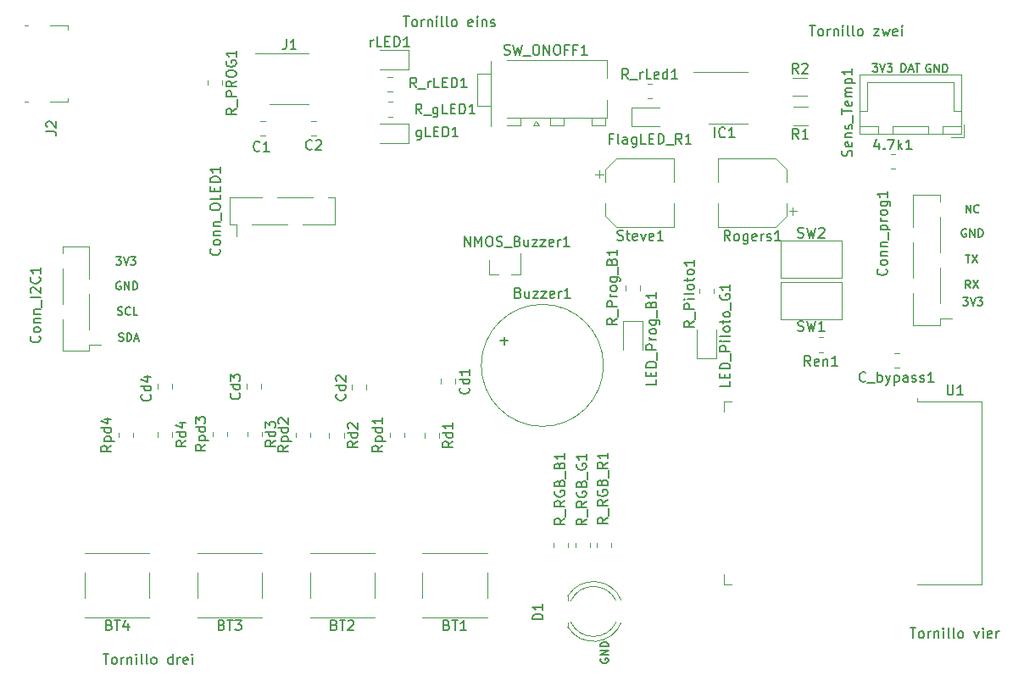
<source format=gbr>
%TF.GenerationSoftware,KiCad,Pcbnew,(5.1.10-1-10_14)*%
%TF.CreationDate,2022-01-20T11:14:49-05:00*%
%TF.ProjectId,PCB_Design,5043425f-4465-4736-9967-6e2e6b696361,rev?*%
%TF.SameCoordinates,Original*%
%TF.FileFunction,Legend,Top*%
%TF.FilePolarity,Positive*%
%FSLAX46Y46*%
G04 Gerber Fmt 4.6, Leading zero omitted, Abs format (unit mm)*
G04 Created by KiCad (PCBNEW (5.1.10-1-10_14)) date 2022-01-20 11:14:49*
%MOMM*%
%LPD*%
G01*
G04 APERTURE LIST*
%ADD10C,0.150000*%
%ADD11C,0.120000*%
G04 APERTURE END LIST*
D10*
X119488000Y-156502023D02*
X119449904Y-156578214D01*
X119449904Y-156692500D01*
X119488000Y-156806785D01*
X119564190Y-156882976D01*
X119640380Y-156921071D01*
X119792761Y-156959166D01*
X119907047Y-156959166D01*
X120059428Y-156921071D01*
X120135619Y-156882976D01*
X120211809Y-156806785D01*
X120249904Y-156692500D01*
X120249904Y-156616309D01*
X120211809Y-156502023D01*
X120173714Y-156463928D01*
X119907047Y-156463928D01*
X119907047Y-156616309D01*
X120249904Y-156121071D02*
X119449904Y-156121071D01*
X120249904Y-155663928D01*
X119449904Y-155663928D01*
X120249904Y-155282976D02*
X119449904Y-155282976D01*
X119449904Y-155092500D01*
X119488000Y-154978214D01*
X119564190Y-154902023D01*
X119640380Y-154863928D01*
X119792761Y-154825833D01*
X119907047Y-154825833D01*
X120059428Y-154863928D01*
X120135619Y-154902023D01*
X120211809Y-154978214D01*
X120249904Y-155092500D01*
X120249904Y-155282976D01*
X71355071Y-124720309D02*
X71469357Y-124758404D01*
X71659833Y-124758404D01*
X71736023Y-124720309D01*
X71774119Y-124682214D01*
X71812214Y-124606023D01*
X71812214Y-124529833D01*
X71774119Y-124453642D01*
X71736023Y-124415547D01*
X71659833Y-124377452D01*
X71507452Y-124339357D01*
X71431261Y-124301261D01*
X71393166Y-124263166D01*
X71355071Y-124186976D01*
X71355071Y-124110785D01*
X71393166Y-124034595D01*
X71431261Y-123996500D01*
X71507452Y-123958404D01*
X71697928Y-123958404D01*
X71812214Y-123996500D01*
X72155071Y-124758404D02*
X72155071Y-123958404D01*
X72345547Y-123958404D01*
X72459833Y-123996500D01*
X72536023Y-124072690D01*
X72574119Y-124148880D01*
X72612214Y-124301261D01*
X72612214Y-124415547D01*
X72574119Y-124567928D01*
X72536023Y-124644119D01*
X72459833Y-124720309D01*
X72345547Y-124758404D01*
X72155071Y-124758404D01*
X72916976Y-124529833D02*
X73297928Y-124529833D01*
X72840785Y-124758404D02*
X73107452Y-123958404D01*
X73374119Y-124758404D01*
X71247119Y-122116809D02*
X71361404Y-122154904D01*
X71551880Y-122154904D01*
X71628071Y-122116809D01*
X71666166Y-122078714D01*
X71704261Y-122002523D01*
X71704261Y-121926333D01*
X71666166Y-121850142D01*
X71628071Y-121812047D01*
X71551880Y-121773952D01*
X71399500Y-121735857D01*
X71323309Y-121697761D01*
X71285214Y-121659666D01*
X71247119Y-121583476D01*
X71247119Y-121507285D01*
X71285214Y-121431095D01*
X71323309Y-121393000D01*
X71399500Y-121354904D01*
X71589976Y-121354904D01*
X71704261Y-121393000D01*
X72504261Y-122078714D02*
X72466166Y-122116809D01*
X72351880Y-122154904D01*
X72275690Y-122154904D01*
X72161404Y-122116809D01*
X72085214Y-122040619D01*
X72047119Y-121964428D01*
X72009023Y-121812047D01*
X72009023Y-121697761D01*
X72047119Y-121545380D01*
X72085214Y-121469190D01*
X72161404Y-121393000D01*
X72275690Y-121354904D01*
X72351880Y-121354904D01*
X72466166Y-121393000D01*
X72504261Y-121431095D01*
X73228071Y-122154904D02*
X72847119Y-122154904D01*
X72847119Y-121354904D01*
X71082023Y-116338404D02*
X71577261Y-116338404D01*
X71310595Y-116643166D01*
X71424880Y-116643166D01*
X71501071Y-116681261D01*
X71539166Y-116719357D01*
X71577261Y-116795547D01*
X71577261Y-116986023D01*
X71539166Y-117062214D01*
X71501071Y-117100309D01*
X71424880Y-117138404D01*
X71196309Y-117138404D01*
X71120119Y-117100309D01*
X71082023Y-117062214D01*
X71805833Y-116338404D02*
X72072500Y-117138404D01*
X72339166Y-116338404D01*
X72529642Y-116338404D02*
X73024880Y-116338404D01*
X72758214Y-116643166D01*
X72872500Y-116643166D01*
X72948690Y-116681261D01*
X72986785Y-116719357D01*
X73024880Y-116795547D01*
X73024880Y-116986023D01*
X72986785Y-117062214D01*
X72948690Y-117100309D01*
X72872500Y-117138404D01*
X72643928Y-117138404D01*
X72567738Y-117100309D01*
X72529642Y-117062214D01*
X71526476Y-118853000D02*
X71450285Y-118814904D01*
X71336000Y-118814904D01*
X71221714Y-118853000D01*
X71145523Y-118929190D01*
X71107428Y-119005380D01*
X71069333Y-119157761D01*
X71069333Y-119272047D01*
X71107428Y-119424428D01*
X71145523Y-119500619D01*
X71221714Y-119576809D01*
X71336000Y-119614904D01*
X71412190Y-119614904D01*
X71526476Y-119576809D01*
X71564571Y-119538714D01*
X71564571Y-119272047D01*
X71412190Y-119272047D01*
X71907428Y-119614904D02*
X71907428Y-118814904D01*
X72364571Y-119614904D01*
X72364571Y-118814904D01*
X72745523Y-119614904D02*
X72745523Y-118814904D01*
X72936000Y-118814904D01*
X73050285Y-118853000D01*
X73126476Y-118929190D01*
X73164571Y-119005380D01*
X73202666Y-119157761D01*
X73202666Y-119272047D01*
X73164571Y-119424428D01*
X73126476Y-119500619D01*
X73050285Y-119576809D01*
X72936000Y-119614904D01*
X72745523Y-119614904D01*
X149510857Y-97834404D02*
X149510857Y-97034404D01*
X149701333Y-97034404D01*
X149815619Y-97072500D01*
X149891809Y-97148690D01*
X149929904Y-97224880D01*
X149968000Y-97377261D01*
X149968000Y-97491547D01*
X149929904Y-97643928D01*
X149891809Y-97720119D01*
X149815619Y-97796309D01*
X149701333Y-97834404D01*
X149510857Y-97834404D01*
X150272761Y-97605833D02*
X150653714Y-97605833D01*
X150196571Y-97834404D02*
X150463238Y-97034404D01*
X150729904Y-97834404D01*
X150882285Y-97034404D02*
X151339428Y-97034404D01*
X151110857Y-97834404D02*
X151110857Y-97034404D01*
X152425476Y-97136000D02*
X152349285Y-97097904D01*
X152235000Y-97097904D01*
X152120714Y-97136000D01*
X152044523Y-97212190D01*
X152006428Y-97288380D01*
X151968333Y-97440761D01*
X151968333Y-97555047D01*
X152006428Y-97707428D01*
X152044523Y-97783619D01*
X152120714Y-97859809D01*
X152235000Y-97897904D01*
X152311190Y-97897904D01*
X152425476Y-97859809D01*
X152463571Y-97821714D01*
X152463571Y-97555047D01*
X152311190Y-97555047D01*
X152806428Y-97897904D02*
X152806428Y-97097904D01*
X153263571Y-97897904D01*
X153263571Y-97097904D01*
X153644523Y-97897904D02*
X153644523Y-97097904D01*
X153835000Y-97097904D01*
X153949285Y-97136000D01*
X154025476Y-97212190D01*
X154063571Y-97288380D01*
X154101666Y-97440761D01*
X154101666Y-97555047D01*
X154063571Y-97707428D01*
X154025476Y-97783619D01*
X153949285Y-97859809D01*
X153835000Y-97897904D01*
X153644523Y-97897904D01*
X146647023Y-97034404D02*
X147142261Y-97034404D01*
X146875595Y-97339166D01*
X146989880Y-97339166D01*
X147066071Y-97377261D01*
X147104166Y-97415357D01*
X147142261Y-97491547D01*
X147142261Y-97682023D01*
X147104166Y-97758214D01*
X147066071Y-97796309D01*
X146989880Y-97834404D01*
X146761309Y-97834404D01*
X146685119Y-97796309D01*
X146647023Y-97758214D01*
X147370833Y-97034404D02*
X147637500Y-97834404D01*
X147904166Y-97034404D01*
X148094642Y-97034404D02*
X148589880Y-97034404D01*
X148323214Y-97339166D01*
X148437500Y-97339166D01*
X148513690Y-97377261D01*
X148551785Y-97415357D01*
X148589880Y-97491547D01*
X148589880Y-97682023D01*
X148551785Y-97758214D01*
X148513690Y-97796309D01*
X148437500Y-97834404D01*
X148208928Y-97834404D01*
X148132738Y-97796309D01*
X148094642Y-97758214D01*
X155664023Y-120415104D02*
X156159261Y-120415104D01*
X155892595Y-120719866D01*
X156006880Y-120719866D01*
X156083071Y-120757961D01*
X156121166Y-120796057D01*
X156159261Y-120872247D01*
X156159261Y-121062723D01*
X156121166Y-121138914D01*
X156083071Y-121177009D01*
X156006880Y-121215104D01*
X155778309Y-121215104D01*
X155702119Y-121177009D01*
X155664023Y-121138914D01*
X156387833Y-120415104D02*
X156654500Y-121215104D01*
X156921166Y-120415104D01*
X157111642Y-120415104D02*
X157606880Y-120415104D01*
X157340214Y-120719866D01*
X157454500Y-120719866D01*
X157530690Y-120757961D01*
X157568785Y-120796057D01*
X157606880Y-120872247D01*
X157606880Y-121062723D01*
X157568785Y-121138914D01*
X157530690Y-121177009D01*
X157454500Y-121215104D01*
X157225928Y-121215104D01*
X157149738Y-121177009D01*
X157111642Y-121138914D01*
X156394166Y-119487904D02*
X156127500Y-119106952D01*
X155937023Y-119487904D02*
X155937023Y-118687904D01*
X156241785Y-118687904D01*
X156317976Y-118726000D01*
X156356071Y-118764095D01*
X156394166Y-118840285D01*
X156394166Y-118954571D01*
X156356071Y-119030761D01*
X156317976Y-119068857D01*
X156241785Y-119106952D01*
X155937023Y-119106952D01*
X156660833Y-118687904D02*
X157194166Y-119487904D01*
X157194166Y-118687904D02*
X156660833Y-119487904D01*
X155962428Y-111931404D02*
X155962428Y-111131404D01*
X156419571Y-111931404D01*
X156419571Y-111131404D01*
X157257666Y-111855214D02*
X157219571Y-111893309D01*
X157105285Y-111931404D01*
X157029095Y-111931404D01*
X156914809Y-111893309D01*
X156838619Y-111817119D01*
X156800523Y-111740928D01*
X156762428Y-111588547D01*
X156762428Y-111474261D01*
X156800523Y-111321880D01*
X156838619Y-111245690D01*
X156914809Y-111169500D01*
X157029095Y-111131404D01*
X157105285Y-111131404D01*
X157219571Y-111169500D01*
X157257666Y-111207595D01*
X155917976Y-116147904D02*
X156375119Y-116147904D01*
X156146547Y-116947904D02*
X156146547Y-116147904D01*
X156565595Y-116147904D02*
X157098928Y-116947904D01*
X157098928Y-116147904D02*
X156565595Y-116947904D01*
X155981476Y-113582500D02*
X155905285Y-113544404D01*
X155791000Y-113544404D01*
X155676714Y-113582500D01*
X155600523Y-113658690D01*
X155562428Y-113734880D01*
X155524333Y-113887261D01*
X155524333Y-114001547D01*
X155562428Y-114153928D01*
X155600523Y-114230119D01*
X155676714Y-114306309D01*
X155791000Y-114344404D01*
X155867190Y-114344404D01*
X155981476Y-114306309D01*
X156019571Y-114268214D01*
X156019571Y-114001547D01*
X155867190Y-114001547D01*
X156362428Y-114344404D02*
X156362428Y-113544404D01*
X156819571Y-114344404D01*
X156819571Y-113544404D01*
X157200523Y-114344404D02*
X157200523Y-113544404D01*
X157391000Y-113544404D01*
X157505285Y-113582500D01*
X157581476Y-113658690D01*
X157619571Y-113734880D01*
X157657666Y-113887261D01*
X157657666Y-114001547D01*
X157619571Y-114153928D01*
X157581476Y-114230119D01*
X157505285Y-114306309D01*
X157391000Y-114344404D01*
X157200523Y-114344404D01*
D11*
%TO.C,U1*%
X132568500Y-130834000D02*
X131788500Y-130834000D01*
X131788500Y-130834000D02*
X131788500Y-131834000D01*
X132568500Y-149074000D02*
X131788500Y-149074000D01*
X131788500Y-149074000D02*
X131788500Y-148074000D01*
X157533500Y-130834000D02*
X157533500Y-149074000D01*
X157533500Y-149074000D02*
X151113500Y-149074000D01*
X157533500Y-130834000D02*
X151113500Y-130834000D01*
X151113500Y-130834000D02*
X151113500Y-130454000D01*
%TO.C,IC1*%
X132207000Y-97897000D02*
X128757000Y-97897000D01*
X132207000Y-97897000D02*
X134157000Y-97897000D01*
X132207000Y-103017000D02*
X130257000Y-103017000D01*
X132207000Y-103017000D02*
X134157000Y-103017000D01*
%TO.C,J1*%
X88392000Y-101112000D02*
X90342000Y-101112000D01*
X88392000Y-101112000D02*
X86442000Y-101112000D01*
X88392000Y-95992000D02*
X90342000Y-95992000D01*
X88392000Y-95992000D02*
X84942000Y-95992000D01*
%TO.C,J2*%
X66289500Y-100863400D02*
X66289500Y-100483400D01*
X62239500Y-100863400D02*
X61979500Y-100863400D01*
X66289500Y-100863400D02*
X64519500Y-100863400D01*
X66289500Y-93243400D02*
X66289500Y-93623400D01*
X64519500Y-93243400D02*
X66289500Y-93243400D01*
X61979500Y-93243400D02*
X62239500Y-93243400D01*
%TO.C,R2*%
X138655436Y-100274800D02*
X140109564Y-100274800D01*
X138655436Y-98454800D02*
X140109564Y-98454800D01*
%TO.C,R1*%
X140147664Y-101363100D02*
X138693536Y-101363100D01*
X140147664Y-103183100D02*
X138693536Y-103183100D01*
%TO.C,SW_ONOFF1*%
X108487500Y-99631500D02*
X108487500Y-102531500D01*
X110075000Y-102468000D02*
X120125000Y-102468000D01*
X120125000Y-102468000D02*
X120125000Y-100671302D01*
X108487500Y-99631500D02*
X108487500Y-96731500D01*
X110075000Y-96668000D02*
X120125000Y-96668000D01*
X120125000Y-96668000D02*
X120125000Y-98464698D01*
X108487500Y-101241500D02*
X107187500Y-101241500D01*
X107187500Y-101241500D02*
X107187500Y-98021500D01*
X107187500Y-98021500D02*
X108487500Y-98021500D01*
X108487500Y-102531500D02*
X108487500Y-103291500D01*
X110075000Y-103228000D02*
X111435000Y-103228000D01*
X111435000Y-103228000D02*
X111435000Y-102468000D01*
X114420000Y-102468000D02*
X114420000Y-103228000D01*
X114420000Y-103228000D02*
X115780000Y-103228000D01*
X115780000Y-103228000D02*
X115780000Y-102468000D01*
X118560000Y-102468000D02*
X118560000Y-103228000D01*
X118560000Y-103228000D02*
X119920000Y-103228000D01*
X119920000Y-103228000D02*
X119920000Y-102468000D01*
X113030000Y-102768000D02*
X113330000Y-103192264D01*
X113330000Y-103192264D02*
X112730000Y-103192264D01*
X112730000Y-103192264D02*
X113030000Y-102768000D01*
%TO.C,R_rLED1*%
X98655364Y-99820400D02*
X98201236Y-99820400D01*
X98655364Y-98350400D02*
X98201236Y-98350400D01*
%TO.C,SW2*%
X137452800Y-118436000D02*
X137452800Y-114736000D01*
X143572800Y-118436000D02*
X137452800Y-118436000D01*
X143572800Y-114736000D02*
X143572800Y-118436000D01*
X137452800Y-114736000D02*
X143572800Y-114736000D01*
%TO.C,SW1*%
X143572800Y-118850800D02*
X143572800Y-122550800D01*
X137452800Y-118850800D02*
X143572800Y-118850800D01*
X137452800Y-122550800D02*
X137452800Y-118850800D01*
X143572800Y-122550800D02*
X137452800Y-122550800D01*
%TO.C,C_bypass1*%
X149299652Y-125985600D02*
X148777148Y-125985600D01*
X149299652Y-127455600D02*
X148777148Y-127455600D01*
%TO.C,Conn_OLED1*%
X82453500Y-113090000D02*
X82453500Y-110430000D01*
X82453500Y-110430000D02*
X85663500Y-110430000D01*
X87183500Y-110430000D02*
X90743500Y-110430000D01*
X92263500Y-110430000D02*
X92933500Y-110430000D01*
X92933500Y-113090000D02*
X92933500Y-110430000D01*
X82453500Y-113090000D02*
X83123500Y-113090000D01*
X84643500Y-113090000D02*
X88203500Y-113090000D01*
X89723500Y-113090000D02*
X92933500Y-113090000D01*
X83123500Y-114300000D02*
X83123500Y-113090000D01*
%TO.C,Conn_prog1*%
X153349000Y-123159500D02*
X150689000Y-123159500D01*
X150689000Y-123159500D02*
X150689000Y-119949500D01*
X150689000Y-118429500D02*
X150689000Y-114869500D01*
X150689000Y-113349500D02*
X150689000Y-110139500D01*
X153349000Y-110139500D02*
X150689000Y-110139500D01*
X153349000Y-123159500D02*
X153349000Y-122489500D01*
X153349000Y-120969500D02*
X153349000Y-117409500D01*
X153349000Y-115889500D02*
X153349000Y-112329500D01*
X153349000Y-110809500D02*
X153349000Y-110139500D01*
X154559000Y-122489500D02*
X153349000Y-122489500D01*
%TO.C,BT4*%
X67953500Y-152391500D02*
X67953500Y-152361500D01*
X67953500Y-145931500D02*
X67953500Y-145961500D01*
X74413500Y-145931500D02*
X74413500Y-145961500D01*
X74413500Y-152361500D02*
X74413500Y-152391500D01*
X67953500Y-150461500D02*
X67953500Y-147861500D01*
X74413500Y-152391500D02*
X67953500Y-152391500D01*
X74413500Y-150461500D02*
X74413500Y-147861500D01*
X74413500Y-145931500D02*
X67953500Y-145931500D01*
%TO.C,BT3*%
X79193000Y-152391500D02*
X79193000Y-152361500D01*
X79193000Y-145931500D02*
X79193000Y-145961500D01*
X85653000Y-145931500D02*
X85653000Y-145961500D01*
X85653000Y-152361500D02*
X85653000Y-152391500D01*
X79193000Y-150461500D02*
X79193000Y-147861500D01*
X85653000Y-152391500D02*
X79193000Y-152391500D01*
X85653000Y-150461500D02*
X85653000Y-147861500D01*
X85653000Y-145931500D02*
X79193000Y-145931500D01*
%TO.C,BT2*%
X90432500Y-152391500D02*
X90432500Y-152361500D01*
X90432500Y-145931500D02*
X90432500Y-145961500D01*
X96892500Y-145931500D02*
X96892500Y-145961500D01*
X96892500Y-152361500D02*
X96892500Y-152391500D01*
X90432500Y-150461500D02*
X90432500Y-147861500D01*
X96892500Y-152391500D02*
X90432500Y-152391500D01*
X96892500Y-150461500D02*
X96892500Y-147861500D01*
X96892500Y-145931500D02*
X90432500Y-145931500D01*
%TO.C,BT1*%
X101672500Y-152391500D02*
X101672500Y-152361500D01*
X101672500Y-145931500D02*
X101672500Y-145961500D01*
X108132500Y-145931500D02*
X108132500Y-145961500D01*
X108132500Y-152361500D02*
X108132500Y-152391500D01*
X101672500Y-150461500D02*
X101672500Y-147861500D01*
X108132500Y-152391500D02*
X101672500Y-152391500D01*
X108132500Y-150461500D02*
X108132500Y-147861500D01*
X108132500Y-145931500D02*
X101672500Y-145931500D01*
%TO.C,Cd4*%
X76693700Y-128999348D02*
X76693700Y-129521852D01*
X75223700Y-128999348D02*
X75223700Y-129521852D01*
%TO.C,Cd3*%
X85596400Y-128999348D02*
X85596400Y-129521852D01*
X84126400Y-128999348D02*
X84126400Y-129521852D01*
%TO.C,Cd2*%
X96073900Y-129088248D02*
X96073900Y-129610752D01*
X94603900Y-129088248D02*
X94603900Y-129610752D01*
%TO.C,Cd1*%
X104976600Y-128542148D02*
X104976600Y-129064652D01*
X103506600Y-128542148D02*
X103506600Y-129064652D01*
%TO.C,C2*%
X91087752Y-104240000D02*
X90565248Y-104240000D01*
X91087752Y-102770000D02*
X90565248Y-102770000D01*
%TO.C,C1*%
X85442248Y-102770000D02*
X85964752Y-102770000D01*
X85442248Y-104240000D02*
X85964752Y-104240000D01*
%TO.C,4.7k1*%
X148442436Y-107542000D02*
X148896564Y-107542000D01*
X148442436Y-106072000D02*
X148896564Y-106072000D01*
%TO.C,Buzzer1*%
X119755000Y-127190500D02*
G75*
G03*
X119755000Y-127190500I-6100000J0D01*
G01*
%TO.C,D1*%
X116197700Y-150245400D02*
X116197700Y-150710400D01*
X116197700Y-152870400D02*
X116197700Y-153335400D01*
X121545515Y-150709573D02*
G75*
G03*
X116197700Y-150245570I-2787815J-1080827D01*
G01*
X121545515Y-152871227D02*
G75*
G02*
X116197700Y-153335230I-2787815J1080827D01*
G01*
X121012179Y-150709971D02*
G75*
G03*
X116503016Y-150710400I-2254479J-1080429D01*
G01*
X121012179Y-152870829D02*
G75*
G02*
X116503016Y-152870400I-2254479J1080429D01*
G01*
%TO.C,FlagLED_R1*%
X125387500Y-101402000D02*
X122527500Y-101402000D01*
X122527500Y-101402000D02*
X122527500Y-103322000D01*
X122527500Y-103322000D02*
X125387500Y-103322000D01*
%TO.C,gLED1*%
X100301400Y-103053000D02*
X97441400Y-103053000D01*
X100301400Y-104973000D02*
X100301400Y-103053000D01*
X97441400Y-104973000D02*
X100301400Y-104973000D01*
%TO.C,LED_Piloto_G1*%
X131008000Y-126501500D02*
X131008000Y-123641500D01*
X129088000Y-126501500D02*
X131008000Y-126501500D01*
X129088000Y-123641500D02*
X129088000Y-126501500D01*
%TO.C,LED_Prog_B1*%
X123642000Y-125641500D02*
X123642000Y-122781500D01*
X123642000Y-122781500D02*
X121722000Y-122781500D01*
X121722000Y-122781500D02*
X121722000Y-125641500D01*
%TO.C,NMOS_Buzzer1*%
X108313100Y-118120700D02*
X109243100Y-118120700D01*
X111473100Y-118120700D02*
X110543100Y-118120700D01*
X111473100Y-118120700D02*
X111473100Y-115960700D01*
X108313100Y-118120700D02*
X108313100Y-116660700D01*
%TO.C,R_gLED1*%
X98239336Y-100865000D02*
X98693464Y-100865000D01*
X98239336Y-102335000D02*
X98693464Y-102335000D01*
%TO.C,R_Piloto1*%
X129313000Y-119533936D02*
X129313000Y-119988064D01*
X130783000Y-119533936D02*
X130783000Y-119988064D01*
%TO.C,R_PROG1*%
X80227500Y-98721936D02*
X80227500Y-99176064D01*
X81697500Y-98721936D02*
X81697500Y-99176064D01*
%TO.C,R_Prog_B1*%
X121947000Y-119232436D02*
X121947000Y-119686564D01*
X123417000Y-119232436D02*
X123417000Y-119686564D01*
%TO.C,R_RGB_B1*%
X116241500Y-145372064D02*
X116241500Y-144917936D01*
X114771500Y-145372064D02*
X114771500Y-144917936D01*
%TO.C,R_RGB_G1*%
X116930500Y-145372064D02*
X116930500Y-144917936D01*
X118400500Y-145372064D02*
X118400500Y-144917936D01*
%TO.C,R_RGB_R1*%
X120559500Y-145372064D02*
X120559500Y-144917936D01*
X119089500Y-145372064D02*
X119089500Y-144917936D01*
%TO.C,R_rLed1*%
X124153436Y-100493500D02*
X124607564Y-100493500D01*
X124153436Y-99023500D02*
X124607564Y-99023500D01*
%TO.C,Rd1*%
X103338300Y-133948436D02*
X103338300Y-134402564D01*
X101868300Y-133948436D02*
X101868300Y-134402564D01*
%TO.C,Rd2*%
X93838700Y-133948436D02*
X93838700Y-134402564D01*
X92368700Y-133948436D02*
X92368700Y-134402564D01*
%TO.C,Rd3*%
X85634500Y-133837436D02*
X85634500Y-134291564D01*
X84164500Y-133837436D02*
X84164500Y-134291564D01*
%TO.C,Rd4*%
X75223700Y-133872236D02*
X75223700Y-134326364D01*
X76693700Y-133872236D02*
X76693700Y-134326364D01*
%TO.C,Ren1*%
X141708364Y-124398100D02*
X141254236Y-124398100D01*
X141708364Y-125868100D02*
X141254236Y-125868100D01*
%TO.C,rLED1*%
X97441400Y-97607000D02*
X100301400Y-97607000D01*
X100301400Y-97607000D02*
X100301400Y-95687000D01*
X100301400Y-95687000D02*
X97441400Y-95687000D01*
%TO.C,Rogers1*%
X138669750Y-112159750D02*
X138669750Y-111372250D01*
X139063500Y-111766000D02*
X138276000Y-111766000D01*
X138036000Y-107572937D02*
X136971563Y-106508500D01*
X138036000Y-112264063D02*
X136971563Y-113328500D01*
X138036000Y-112264063D02*
X138036000Y-110978500D01*
X138036000Y-107572937D02*
X138036000Y-108858500D01*
X136971563Y-106508500D02*
X131216000Y-106508500D01*
X136971563Y-113328500D02*
X131216000Y-113328500D01*
X131216000Y-113328500D02*
X131216000Y-110978500D01*
X131216000Y-106508500D02*
X131216000Y-108858500D01*
%TO.C,Rpd1*%
X99871200Y-134364464D02*
X99871200Y-133910336D01*
X98401200Y-134364464D02*
X98401200Y-133910336D01*
%TO.C,Rpd2*%
X88990500Y-134364464D02*
X88990500Y-133910336D01*
X90460500Y-134364464D02*
X90460500Y-133910336D01*
%TO.C,Rpd3*%
X80722800Y-134275564D02*
X80722800Y-133821436D01*
X82192800Y-134275564D02*
X82192800Y-133821436D01*
%TO.C,Rpd4*%
X71312100Y-134364464D02*
X71312100Y-133910336D01*
X72782100Y-134364464D02*
X72782100Y-133910336D01*
%TO.C,Sens_Temp1*%
X155468000Y-104060000D02*
X155468000Y-98090000D01*
X155468000Y-98090000D02*
X145348000Y-98090000D01*
X145348000Y-98090000D02*
X145348000Y-104060000D01*
X145348000Y-104060000D02*
X155468000Y-104060000D01*
X152158000Y-104050000D02*
X152158000Y-103300000D01*
X152158000Y-103300000D02*
X148658000Y-103300000D01*
X148658000Y-103300000D02*
X148658000Y-104050000D01*
X148658000Y-104050000D02*
X152158000Y-104050000D01*
X155458000Y-104050000D02*
X155458000Y-103300000D01*
X155458000Y-103300000D02*
X153658000Y-103300000D01*
X153658000Y-103300000D02*
X153658000Y-104050000D01*
X153658000Y-104050000D02*
X155458000Y-104050000D01*
X147158000Y-104050000D02*
X147158000Y-103300000D01*
X147158000Y-103300000D02*
X145358000Y-103300000D01*
X145358000Y-103300000D02*
X145358000Y-104050000D01*
X145358000Y-104050000D02*
X147158000Y-104050000D01*
X155458000Y-101800000D02*
X154708000Y-101800000D01*
X154708000Y-101800000D02*
X154708000Y-98850000D01*
X154708000Y-98850000D02*
X150408000Y-98850000D01*
X145358000Y-101800000D02*
X146108000Y-101800000D01*
X146108000Y-101800000D02*
X146108000Y-98850000D01*
X146108000Y-98850000D02*
X150408000Y-98850000D01*
X154508000Y-104350000D02*
X155758000Y-104350000D01*
X155758000Y-104350000D02*
X155758000Y-103100000D01*
%TO.C,Steve1*%
X126796500Y-113328500D02*
X126796500Y-110978500D01*
X126796500Y-106508500D02*
X126796500Y-108858500D01*
X121040937Y-106508500D02*
X126796500Y-106508500D01*
X121040937Y-113328500D02*
X126796500Y-113328500D01*
X119976500Y-112264063D02*
X119976500Y-110978500D01*
X119976500Y-107572937D02*
X119976500Y-108858500D01*
X119976500Y-107572937D02*
X121040937Y-106508500D01*
X119976500Y-112264063D02*
X121040937Y-113328500D01*
X118949000Y-108071000D02*
X119736500Y-108071000D01*
X119342750Y-107677250D02*
X119342750Y-108464750D01*
%TO.C,Conn_I2C1*%
X68386000Y-125763000D02*
X65726000Y-125763000D01*
X65726000Y-125763000D02*
X65726000Y-122553000D01*
X65726000Y-121033000D02*
X65726000Y-117473000D01*
X65726000Y-115953000D02*
X65726000Y-115283000D01*
X68386000Y-115283000D02*
X65726000Y-115283000D01*
X68386000Y-125763000D02*
X68386000Y-125093000D01*
X68386000Y-123573000D02*
X68386000Y-120013000D01*
X68386000Y-118493000D02*
X68386000Y-115283000D01*
X69596000Y-125093000D02*
X68386000Y-125093000D01*
%TO.C,U1*%
D10*
X154107595Y-129135380D02*
X154107595Y-129944904D01*
X154155214Y-130040142D01*
X154202833Y-130087761D01*
X154298071Y-130135380D01*
X154488547Y-130135380D01*
X154583785Y-130087761D01*
X154631404Y-130040142D01*
X154679023Y-129944904D01*
X154679023Y-129135380D01*
X155679023Y-130135380D02*
X155107595Y-130135380D01*
X155393309Y-130135380D02*
X155393309Y-129135380D01*
X155298071Y-129278238D01*
X155202833Y-129373476D01*
X155107595Y-129421095D01*
%TO.C,IC1*%
X130849809Y-104401880D02*
X130849809Y-103401880D01*
X131897428Y-104306642D02*
X131849809Y-104354261D01*
X131706952Y-104401880D01*
X131611714Y-104401880D01*
X131468857Y-104354261D01*
X131373619Y-104259023D01*
X131326000Y-104163785D01*
X131278380Y-103973309D01*
X131278380Y-103830452D01*
X131326000Y-103639976D01*
X131373619Y-103544738D01*
X131468857Y-103449500D01*
X131611714Y-103401880D01*
X131706952Y-103401880D01*
X131849809Y-103449500D01*
X131897428Y-103497119D01*
X132849809Y-104401880D02*
X132278380Y-104401880D01*
X132564095Y-104401880D02*
X132564095Y-103401880D01*
X132468857Y-103544738D01*
X132373619Y-103639976D01*
X132278380Y-103687595D01*
%TO.C,J1*%
X88058666Y-94604380D02*
X88058666Y-95318666D01*
X88011047Y-95461523D01*
X87915809Y-95556761D01*
X87772952Y-95604380D01*
X87677714Y-95604380D01*
X89058666Y-95604380D02*
X88487238Y-95604380D01*
X88772952Y-95604380D02*
X88772952Y-94604380D01*
X88677714Y-94747238D01*
X88582476Y-94842476D01*
X88487238Y-94890095D01*
%TO.C,J2*%
X64095380Y-103800233D02*
X64809666Y-103800233D01*
X64952523Y-103847852D01*
X65047761Y-103943090D01*
X65095380Y-104085947D01*
X65095380Y-104181185D01*
X64190619Y-103371661D02*
X64143000Y-103324042D01*
X64095380Y-103228804D01*
X64095380Y-102990709D01*
X64143000Y-102895471D01*
X64190619Y-102847852D01*
X64285857Y-102800233D01*
X64381095Y-102800233D01*
X64523952Y-102847852D01*
X65095380Y-103419280D01*
X65095380Y-102800233D01*
%TO.C,R2*%
X139215833Y-97997180D02*
X138882500Y-97520990D01*
X138644404Y-97997180D02*
X138644404Y-96997180D01*
X139025357Y-96997180D01*
X139120595Y-97044800D01*
X139168214Y-97092419D01*
X139215833Y-97187657D01*
X139215833Y-97330514D01*
X139168214Y-97425752D01*
X139120595Y-97473371D01*
X139025357Y-97520990D01*
X138644404Y-97520990D01*
X139596785Y-97092419D02*
X139644404Y-97044800D01*
X139739642Y-96997180D01*
X139977738Y-96997180D01*
X140072976Y-97044800D01*
X140120595Y-97092419D01*
X140168214Y-97187657D01*
X140168214Y-97282895D01*
X140120595Y-97425752D01*
X139549166Y-97997180D01*
X140168214Y-97997180D01*
%TO.C,R1*%
X139253933Y-104545480D02*
X138920600Y-104069290D01*
X138682504Y-104545480D02*
X138682504Y-103545480D01*
X139063457Y-103545480D01*
X139158695Y-103593100D01*
X139206314Y-103640719D01*
X139253933Y-103735957D01*
X139253933Y-103878814D01*
X139206314Y-103974052D01*
X139158695Y-104021671D01*
X139063457Y-104069290D01*
X138682504Y-104069290D01*
X140206314Y-104545480D02*
X139634885Y-104545480D01*
X139920600Y-104545480D02*
X139920600Y-103545480D01*
X139825361Y-103688338D01*
X139730123Y-103783576D01*
X139634885Y-103831195D01*
%TO.C,SW_ONOFF1*%
X109839642Y-96099261D02*
X109982500Y-96146880D01*
X110220595Y-96146880D01*
X110315833Y-96099261D01*
X110363452Y-96051642D01*
X110411071Y-95956404D01*
X110411071Y-95861166D01*
X110363452Y-95765928D01*
X110315833Y-95718309D01*
X110220595Y-95670690D01*
X110030119Y-95623071D01*
X109934880Y-95575452D01*
X109887261Y-95527833D01*
X109839642Y-95432595D01*
X109839642Y-95337357D01*
X109887261Y-95242119D01*
X109934880Y-95194500D01*
X110030119Y-95146880D01*
X110268214Y-95146880D01*
X110411071Y-95194500D01*
X110744404Y-95146880D02*
X110982500Y-96146880D01*
X111172976Y-95432595D01*
X111363452Y-96146880D01*
X111601547Y-95146880D01*
X111744404Y-96242119D02*
X112506309Y-96242119D01*
X112934880Y-95146880D02*
X113125357Y-95146880D01*
X113220595Y-95194500D01*
X113315833Y-95289738D01*
X113363452Y-95480214D01*
X113363452Y-95813547D01*
X113315833Y-96004023D01*
X113220595Y-96099261D01*
X113125357Y-96146880D01*
X112934880Y-96146880D01*
X112839642Y-96099261D01*
X112744404Y-96004023D01*
X112696785Y-95813547D01*
X112696785Y-95480214D01*
X112744404Y-95289738D01*
X112839642Y-95194500D01*
X112934880Y-95146880D01*
X113792023Y-96146880D02*
X113792023Y-95146880D01*
X114363452Y-96146880D01*
X114363452Y-95146880D01*
X115030119Y-95146880D02*
X115220595Y-95146880D01*
X115315833Y-95194500D01*
X115411071Y-95289738D01*
X115458690Y-95480214D01*
X115458690Y-95813547D01*
X115411071Y-96004023D01*
X115315833Y-96099261D01*
X115220595Y-96146880D01*
X115030119Y-96146880D01*
X114934880Y-96099261D01*
X114839642Y-96004023D01*
X114792023Y-95813547D01*
X114792023Y-95480214D01*
X114839642Y-95289738D01*
X114934880Y-95194500D01*
X115030119Y-95146880D01*
X116220595Y-95623071D02*
X115887261Y-95623071D01*
X115887261Y-96146880D02*
X115887261Y-95146880D01*
X116363452Y-95146880D01*
X117077738Y-95623071D02*
X116744404Y-95623071D01*
X116744404Y-96146880D02*
X116744404Y-95146880D01*
X117220595Y-95146880D01*
X118125357Y-96146880D02*
X117553928Y-96146880D01*
X117839642Y-96146880D02*
X117839642Y-95146880D01*
X117744404Y-95289738D01*
X117649166Y-95384976D01*
X117553928Y-95432595D01*
%TO.C,R_rLED1*%
X101062114Y-99423480D02*
X100728780Y-98947290D01*
X100490685Y-99423480D02*
X100490685Y-98423480D01*
X100871638Y-98423480D01*
X100966876Y-98471100D01*
X101014495Y-98518719D01*
X101062114Y-98613957D01*
X101062114Y-98756814D01*
X101014495Y-98852052D01*
X100966876Y-98899671D01*
X100871638Y-98947290D01*
X100490685Y-98947290D01*
X101252590Y-99518719D02*
X102014495Y-99518719D01*
X102252590Y-99423480D02*
X102252590Y-98756814D01*
X102252590Y-98947290D02*
X102300209Y-98852052D01*
X102347828Y-98804433D01*
X102443066Y-98756814D01*
X102538304Y-98756814D01*
X103347828Y-99423480D02*
X102871638Y-99423480D01*
X102871638Y-98423480D01*
X103681161Y-98899671D02*
X104014495Y-98899671D01*
X104157352Y-99423480D02*
X103681161Y-99423480D01*
X103681161Y-98423480D01*
X104157352Y-98423480D01*
X104585923Y-99423480D02*
X104585923Y-98423480D01*
X104824019Y-98423480D01*
X104966876Y-98471100D01*
X105062114Y-98566338D01*
X105109733Y-98661576D01*
X105157352Y-98852052D01*
X105157352Y-98994909D01*
X105109733Y-99185385D01*
X105062114Y-99280623D01*
X104966876Y-99375861D01*
X104824019Y-99423480D01*
X104585923Y-99423480D01*
X106109733Y-99423480D02*
X105538304Y-99423480D01*
X105824019Y-99423480D02*
X105824019Y-98423480D01*
X105728780Y-98566338D01*
X105633542Y-98661576D01*
X105538304Y-98709195D01*
%TO.C,SW2*%
X139179466Y-114390761D02*
X139322323Y-114438380D01*
X139560419Y-114438380D01*
X139655657Y-114390761D01*
X139703276Y-114343142D01*
X139750895Y-114247904D01*
X139750895Y-114152666D01*
X139703276Y-114057428D01*
X139655657Y-114009809D01*
X139560419Y-113962190D01*
X139369942Y-113914571D01*
X139274704Y-113866952D01*
X139227085Y-113819333D01*
X139179466Y-113724095D01*
X139179466Y-113628857D01*
X139227085Y-113533619D01*
X139274704Y-113486000D01*
X139369942Y-113438380D01*
X139608038Y-113438380D01*
X139750895Y-113486000D01*
X140084228Y-113438380D02*
X140322323Y-114438380D01*
X140512800Y-113724095D01*
X140703276Y-114438380D01*
X140941371Y-113438380D01*
X141274704Y-113533619D02*
X141322323Y-113486000D01*
X141417561Y-113438380D01*
X141655657Y-113438380D01*
X141750895Y-113486000D01*
X141798514Y-113533619D01*
X141846133Y-113628857D01*
X141846133Y-113724095D01*
X141798514Y-113866952D01*
X141227085Y-114438380D01*
X141846133Y-114438380D01*
%TO.C,SW1*%
X139179466Y-123705561D02*
X139322323Y-123753180D01*
X139560419Y-123753180D01*
X139655657Y-123705561D01*
X139703276Y-123657942D01*
X139750895Y-123562704D01*
X139750895Y-123467466D01*
X139703276Y-123372228D01*
X139655657Y-123324609D01*
X139560419Y-123276990D01*
X139369942Y-123229371D01*
X139274704Y-123181752D01*
X139227085Y-123134133D01*
X139179466Y-123038895D01*
X139179466Y-122943657D01*
X139227085Y-122848419D01*
X139274704Y-122800800D01*
X139369942Y-122753180D01*
X139608038Y-122753180D01*
X139750895Y-122800800D01*
X140084228Y-122753180D02*
X140322323Y-123753180D01*
X140512800Y-123038895D01*
X140703276Y-123753180D01*
X140941371Y-122753180D01*
X141846133Y-123753180D02*
X141274704Y-123753180D01*
X141560419Y-123753180D02*
X141560419Y-122753180D01*
X141465180Y-122896038D01*
X141369942Y-122991276D01*
X141274704Y-123038895D01*
%TO.C,C_bypass1*%
X145943161Y-128757742D02*
X145895542Y-128805361D01*
X145752685Y-128852980D01*
X145657447Y-128852980D01*
X145514590Y-128805361D01*
X145419352Y-128710123D01*
X145371733Y-128614885D01*
X145324114Y-128424409D01*
X145324114Y-128281552D01*
X145371733Y-128091076D01*
X145419352Y-127995838D01*
X145514590Y-127900600D01*
X145657447Y-127852980D01*
X145752685Y-127852980D01*
X145895542Y-127900600D01*
X145943161Y-127948219D01*
X146133638Y-128948219D02*
X146895542Y-128948219D01*
X147133638Y-128852980D02*
X147133638Y-127852980D01*
X147133638Y-128233933D02*
X147228876Y-128186314D01*
X147419352Y-128186314D01*
X147514590Y-128233933D01*
X147562209Y-128281552D01*
X147609828Y-128376790D01*
X147609828Y-128662504D01*
X147562209Y-128757742D01*
X147514590Y-128805361D01*
X147419352Y-128852980D01*
X147228876Y-128852980D01*
X147133638Y-128805361D01*
X147943161Y-128186314D02*
X148181257Y-128852980D01*
X148419352Y-128186314D02*
X148181257Y-128852980D01*
X148086019Y-129091076D01*
X148038400Y-129138695D01*
X147943161Y-129186314D01*
X148800304Y-128186314D02*
X148800304Y-129186314D01*
X148800304Y-128233933D02*
X148895542Y-128186314D01*
X149086019Y-128186314D01*
X149181257Y-128233933D01*
X149228876Y-128281552D01*
X149276495Y-128376790D01*
X149276495Y-128662504D01*
X149228876Y-128757742D01*
X149181257Y-128805361D01*
X149086019Y-128852980D01*
X148895542Y-128852980D01*
X148800304Y-128805361D01*
X150133638Y-128852980D02*
X150133638Y-128329171D01*
X150086019Y-128233933D01*
X149990780Y-128186314D01*
X149800304Y-128186314D01*
X149705066Y-128233933D01*
X150133638Y-128805361D02*
X150038400Y-128852980D01*
X149800304Y-128852980D01*
X149705066Y-128805361D01*
X149657447Y-128710123D01*
X149657447Y-128614885D01*
X149705066Y-128519647D01*
X149800304Y-128472028D01*
X150038400Y-128472028D01*
X150133638Y-128424409D01*
X150562209Y-128805361D02*
X150657447Y-128852980D01*
X150847923Y-128852980D01*
X150943161Y-128805361D01*
X150990780Y-128710123D01*
X150990780Y-128662504D01*
X150943161Y-128567266D01*
X150847923Y-128519647D01*
X150705066Y-128519647D01*
X150609828Y-128472028D01*
X150562209Y-128376790D01*
X150562209Y-128329171D01*
X150609828Y-128233933D01*
X150705066Y-128186314D01*
X150847923Y-128186314D01*
X150943161Y-128233933D01*
X151371733Y-128805361D02*
X151466971Y-128852980D01*
X151657447Y-128852980D01*
X151752685Y-128805361D01*
X151800304Y-128710123D01*
X151800304Y-128662504D01*
X151752685Y-128567266D01*
X151657447Y-128519647D01*
X151514590Y-128519647D01*
X151419352Y-128472028D01*
X151371733Y-128376790D01*
X151371733Y-128329171D01*
X151419352Y-128233933D01*
X151514590Y-128186314D01*
X151657447Y-128186314D01*
X151752685Y-128233933D01*
X152752685Y-128852980D02*
X152181257Y-128852980D01*
X152466971Y-128852980D02*
X152466971Y-127852980D01*
X152371733Y-127995838D01*
X152276495Y-128091076D01*
X152181257Y-128138695D01*
%TO.C,Conn_OLED1*%
X81370642Y-115545714D02*
X81418261Y-115593333D01*
X81465880Y-115736190D01*
X81465880Y-115831428D01*
X81418261Y-115974285D01*
X81323023Y-116069523D01*
X81227785Y-116117142D01*
X81037309Y-116164761D01*
X80894452Y-116164761D01*
X80703976Y-116117142D01*
X80608738Y-116069523D01*
X80513500Y-115974285D01*
X80465880Y-115831428D01*
X80465880Y-115736190D01*
X80513500Y-115593333D01*
X80561119Y-115545714D01*
X81465880Y-114974285D02*
X81418261Y-115069523D01*
X81370642Y-115117142D01*
X81275404Y-115164761D01*
X80989690Y-115164761D01*
X80894452Y-115117142D01*
X80846833Y-115069523D01*
X80799214Y-114974285D01*
X80799214Y-114831428D01*
X80846833Y-114736190D01*
X80894452Y-114688571D01*
X80989690Y-114640952D01*
X81275404Y-114640952D01*
X81370642Y-114688571D01*
X81418261Y-114736190D01*
X81465880Y-114831428D01*
X81465880Y-114974285D01*
X80799214Y-114212380D02*
X81465880Y-114212380D01*
X80894452Y-114212380D02*
X80846833Y-114164761D01*
X80799214Y-114069523D01*
X80799214Y-113926666D01*
X80846833Y-113831428D01*
X80942071Y-113783809D01*
X81465880Y-113783809D01*
X80799214Y-113307619D02*
X81465880Y-113307619D01*
X80894452Y-113307619D02*
X80846833Y-113260000D01*
X80799214Y-113164761D01*
X80799214Y-113021904D01*
X80846833Y-112926666D01*
X80942071Y-112879047D01*
X81465880Y-112879047D01*
X81561119Y-112640952D02*
X81561119Y-111879047D01*
X80465880Y-111450476D02*
X80465880Y-111260000D01*
X80513500Y-111164761D01*
X80608738Y-111069523D01*
X80799214Y-111021904D01*
X81132547Y-111021904D01*
X81323023Y-111069523D01*
X81418261Y-111164761D01*
X81465880Y-111260000D01*
X81465880Y-111450476D01*
X81418261Y-111545714D01*
X81323023Y-111640952D01*
X81132547Y-111688571D01*
X80799214Y-111688571D01*
X80608738Y-111640952D01*
X80513500Y-111545714D01*
X80465880Y-111450476D01*
X81465880Y-110117142D02*
X81465880Y-110593333D01*
X80465880Y-110593333D01*
X80942071Y-109783809D02*
X80942071Y-109450476D01*
X81465880Y-109307619D02*
X81465880Y-109783809D01*
X80465880Y-109783809D01*
X80465880Y-109307619D01*
X81465880Y-108879047D02*
X80465880Y-108879047D01*
X80465880Y-108640952D01*
X80513500Y-108498095D01*
X80608738Y-108402857D01*
X80703976Y-108355238D01*
X80894452Y-108307619D01*
X81037309Y-108307619D01*
X81227785Y-108355238D01*
X81323023Y-108402857D01*
X81418261Y-108498095D01*
X81465880Y-108640952D01*
X81465880Y-108879047D01*
X81465880Y-107355238D02*
X81465880Y-107926666D01*
X81465880Y-107640952D02*
X80465880Y-107640952D01*
X80608738Y-107736190D01*
X80703976Y-107831428D01*
X80751595Y-107926666D01*
%TO.C,Tornillo vier*%
X150373319Y-153448180D02*
X150944747Y-153448180D01*
X150659033Y-154448180D02*
X150659033Y-153448180D01*
X151420938Y-154448180D02*
X151325700Y-154400561D01*
X151278080Y-154352942D01*
X151230461Y-154257704D01*
X151230461Y-153971990D01*
X151278080Y-153876752D01*
X151325700Y-153829133D01*
X151420938Y-153781514D01*
X151563795Y-153781514D01*
X151659033Y-153829133D01*
X151706652Y-153876752D01*
X151754271Y-153971990D01*
X151754271Y-154257704D01*
X151706652Y-154352942D01*
X151659033Y-154400561D01*
X151563795Y-154448180D01*
X151420938Y-154448180D01*
X152182842Y-154448180D02*
X152182842Y-153781514D01*
X152182842Y-153971990D02*
X152230461Y-153876752D01*
X152278080Y-153829133D01*
X152373319Y-153781514D01*
X152468557Y-153781514D01*
X152801890Y-153781514D02*
X152801890Y-154448180D01*
X152801890Y-153876752D02*
X152849509Y-153829133D01*
X152944747Y-153781514D01*
X153087604Y-153781514D01*
X153182842Y-153829133D01*
X153230461Y-153924371D01*
X153230461Y-154448180D01*
X153706652Y-154448180D02*
X153706652Y-153781514D01*
X153706652Y-153448180D02*
X153659033Y-153495800D01*
X153706652Y-153543419D01*
X153754271Y-153495800D01*
X153706652Y-153448180D01*
X153706652Y-153543419D01*
X154325700Y-154448180D02*
X154230461Y-154400561D01*
X154182842Y-154305323D01*
X154182842Y-153448180D01*
X154849509Y-154448180D02*
X154754271Y-154400561D01*
X154706652Y-154305323D01*
X154706652Y-153448180D01*
X155373319Y-154448180D02*
X155278080Y-154400561D01*
X155230461Y-154352942D01*
X155182842Y-154257704D01*
X155182842Y-153971990D01*
X155230461Y-153876752D01*
X155278080Y-153829133D01*
X155373319Y-153781514D01*
X155516176Y-153781514D01*
X155611414Y-153829133D01*
X155659033Y-153876752D01*
X155706652Y-153971990D01*
X155706652Y-154257704D01*
X155659033Y-154352942D01*
X155611414Y-154400561D01*
X155516176Y-154448180D01*
X155373319Y-154448180D01*
X156801890Y-153781514D02*
X157039985Y-154448180D01*
X157278080Y-153781514D01*
X157659033Y-154448180D02*
X157659033Y-153781514D01*
X157659033Y-153448180D02*
X157611414Y-153495800D01*
X157659033Y-153543419D01*
X157706652Y-153495800D01*
X157659033Y-153448180D01*
X157659033Y-153543419D01*
X158516176Y-154400561D02*
X158420938Y-154448180D01*
X158230461Y-154448180D01*
X158135223Y-154400561D01*
X158087604Y-154305323D01*
X158087604Y-153924371D01*
X158135223Y-153829133D01*
X158230461Y-153781514D01*
X158420938Y-153781514D01*
X158516176Y-153829133D01*
X158563795Y-153924371D01*
X158563795Y-154019609D01*
X158087604Y-154114847D01*
X158992366Y-154448180D02*
X158992366Y-153781514D01*
X158992366Y-153971990D02*
X159039985Y-153876752D01*
X159087604Y-153829133D01*
X159182842Y-153781514D01*
X159278080Y-153781514D01*
%TO.C,Tornillo drei*%
X69771190Y-156043380D02*
X70342619Y-156043380D01*
X70056904Y-157043380D02*
X70056904Y-156043380D01*
X70818809Y-157043380D02*
X70723571Y-156995761D01*
X70675952Y-156948142D01*
X70628333Y-156852904D01*
X70628333Y-156567190D01*
X70675952Y-156471952D01*
X70723571Y-156424333D01*
X70818809Y-156376714D01*
X70961666Y-156376714D01*
X71056904Y-156424333D01*
X71104523Y-156471952D01*
X71152142Y-156567190D01*
X71152142Y-156852904D01*
X71104523Y-156948142D01*
X71056904Y-156995761D01*
X70961666Y-157043380D01*
X70818809Y-157043380D01*
X71580714Y-157043380D02*
X71580714Y-156376714D01*
X71580714Y-156567190D02*
X71628333Y-156471952D01*
X71675952Y-156424333D01*
X71771190Y-156376714D01*
X71866428Y-156376714D01*
X72199761Y-156376714D02*
X72199761Y-157043380D01*
X72199761Y-156471952D02*
X72247380Y-156424333D01*
X72342619Y-156376714D01*
X72485476Y-156376714D01*
X72580714Y-156424333D01*
X72628333Y-156519571D01*
X72628333Y-157043380D01*
X73104523Y-157043380D02*
X73104523Y-156376714D01*
X73104523Y-156043380D02*
X73056904Y-156091000D01*
X73104523Y-156138619D01*
X73152142Y-156091000D01*
X73104523Y-156043380D01*
X73104523Y-156138619D01*
X73723571Y-157043380D02*
X73628333Y-156995761D01*
X73580714Y-156900523D01*
X73580714Y-156043380D01*
X74247380Y-157043380D02*
X74152142Y-156995761D01*
X74104523Y-156900523D01*
X74104523Y-156043380D01*
X74771190Y-157043380D02*
X74675952Y-156995761D01*
X74628333Y-156948142D01*
X74580714Y-156852904D01*
X74580714Y-156567190D01*
X74628333Y-156471952D01*
X74675952Y-156424333D01*
X74771190Y-156376714D01*
X74914047Y-156376714D01*
X75009285Y-156424333D01*
X75056904Y-156471952D01*
X75104523Y-156567190D01*
X75104523Y-156852904D01*
X75056904Y-156948142D01*
X75009285Y-156995761D01*
X74914047Y-157043380D01*
X74771190Y-157043380D01*
X76723571Y-157043380D02*
X76723571Y-156043380D01*
X76723571Y-156995761D02*
X76628333Y-157043380D01*
X76437857Y-157043380D01*
X76342619Y-156995761D01*
X76295000Y-156948142D01*
X76247380Y-156852904D01*
X76247380Y-156567190D01*
X76295000Y-156471952D01*
X76342619Y-156424333D01*
X76437857Y-156376714D01*
X76628333Y-156376714D01*
X76723571Y-156424333D01*
X77199761Y-157043380D02*
X77199761Y-156376714D01*
X77199761Y-156567190D02*
X77247380Y-156471952D01*
X77295000Y-156424333D01*
X77390238Y-156376714D01*
X77485476Y-156376714D01*
X78199761Y-156995761D02*
X78104523Y-157043380D01*
X77914047Y-157043380D01*
X77818809Y-156995761D01*
X77771190Y-156900523D01*
X77771190Y-156519571D01*
X77818809Y-156424333D01*
X77914047Y-156376714D01*
X78104523Y-156376714D01*
X78199761Y-156424333D01*
X78247380Y-156519571D01*
X78247380Y-156614809D01*
X77771190Y-156710047D01*
X78675952Y-157043380D02*
X78675952Y-156376714D01*
X78675952Y-156043380D02*
X78628333Y-156091000D01*
X78675952Y-156138619D01*
X78723571Y-156091000D01*
X78675952Y-156043380D01*
X78675952Y-156138619D01*
%TO.C,Tornillo zwei*%
X140343523Y-93241880D02*
X140914952Y-93241880D01*
X140629238Y-94241880D02*
X140629238Y-93241880D01*
X141391142Y-94241880D02*
X141295904Y-94194261D01*
X141248285Y-94146642D01*
X141200666Y-94051404D01*
X141200666Y-93765690D01*
X141248285Y-93670452D01*
X141295904Y-93622833D01*
X141391142Y-93575214D01*
X141534000Y-93575214D01*
X141629238Y-93622833D01*
X141676857Y-93670452D01*
X141724476Y-93765690D01*
X141724476Y-94051404D01*
X141676857Y-94146642D01*
X141629238Y-94194261D01*
X141534000Y-94241880D01*
X141391142Y-94241880D01*
X142153047Y-94241880D02*
X142153047Y-93575214D01*
X142153047Y-93765690D02*
X142200666Y-93670452D01*
X142248285Y-93622833D01*
X142343523Y-93575214D01*
X142438761Y-93575214D01*
X142772095Y-93575214D02*
X142772095Y-94241880D01*
X142772095Y-93670452D02*
X142819714Y-93622833D01*
X142914952Y-93575214D01*
X143057809Y-93575214D01*
X143153047Y-93622833D01*
X143200666Y-93718071D01*
X143200666Y-94241880D01*
X143676857Y-94241880D02*
X143676857Y-93575214D01*
X143676857Y-93241880D02*
X143629238Y-93289500D01*
X143676857Y-93337119D01*
X143724476Y-93289500D01*
X143676857Y-93241880D01*
X143676857Y-93337119D01*
X144295904Y-94241880D02*
X144200666Y-94194261D01*
X144153047Y-94099023D01*
X144153047Y-93241880D01*
X144819714Y-94241880D02*
X144724476Y-94194261D01*
X144676857Y-94099023D01*
X144676857Y-93241880D01*
X145343523Y-94241880D02*
X145248285Y-94194261D01*
X145200666Y-94146642D01*
X145153047Y-94051404D01*
X145153047Y-93765690D01*
X145200666Y-93670452D01*
X145248285Y-93622833D01*
X145343523Y-93575214D01*
X145486380Y-93575214D01*
X145581619Y-93622833D01*
X145629238Y-93670452D01*
X145676857Y-93765690D01*
X145676857Y-94051404D01*
X145629238Y-94146642D01*
X145581619Y-94194261D01*
X145486380Y-94241880D01*
X145343523Y-94241880D01*
X146772095Y-93575214D02*
X147295904Y-93575214D01*
X146772095Y-94241880D01*
X147295904Y-94241880D01*
X147581619Y-93575214D02*
X147772095Y-94241880D01*
X147962571Y-93765690D01*
X148153047Y-94241880D01*
X148343523Y-93575214D01*
X149105428Y-94194261D02*
X149010190Y-94241880D01*
X148819714Y-94241880D01*
X148724476Y-94194261D01*
X148676857Y-94099023D01*
X148676857Y-93718071D01*
X148724476Y-93622833D01*
X148819714Y-93575214D01*
X149010190Y-93575214D01*
X149105428Y-93622833D01*
X149153047Y-93718071D01*
X149153047Y-93813309D01*
X148676857Y-93908547D01*
X149581619Y-94241880D02*
X149581619Y-93575214D01*
X149581619Y-93241880D02*
X149534000Y-93289500D01*
X149581619Y-93337119D01*
X149629238Y-93289500D01*
X149581619Y-93241880D01*
X149581619Y-93337119D01*
%TO.C,Tornillo eins*%
X99774952Y-92310380D02*
X100346380Y-92310380D01*
X100060666Y-93310380D02*
X100060666Y-92310380D01*
X100822571Y-93310380D02*
X100727333Y-93262761D01*
X100679714Y-93215142D01*
X100632095Y-93119904D01*
X100632095Y-92834190D01*
X100679714Y-92738952D01*
X100727333Y-92691333D01*
X100822571Y-92643714D01*
X100965428Y-92643714D01*
X101060666Y-92691333D01*
X101108285Y-92738952D01*
X101155904Y-92834190D01*
X101155904Y-93119904D01*
X101108285Y-93215142D01*
X101060666Y-93262761D01*
X100965428Y-93310380D01*
X100822571Y-93310380D01*
X101584476Y-93310380D02*
X101584476Y-92643714D01*
X101584476Y-92834190D02*
X101632095Y-92738952D01*
X101679714Y-92691333D01*
X101774952Y-92643714D01*
X101870190Y-92643714D01*
X102203523Y-92643714D02*
X102203523Y-93310380D01*
X102203523Y-92738952D02*
X102251142Y-92691333D01*
X102346380Y-92643714D01*
X102489238Y-92643714D01*
X102584476Y-92691333D01*
X102632095Y-92786571D01*
X102632095Y-93310380D01*
X103108285Y-93310380D02*
X103108285Y-92643714D01*
X103108285Y-92310380D02*
X103060666Y-92358000D01*
X103108285Y-92405619D01*
X103155904Y-92358000D01*
X103108285Y-92310380D01*
X103108285Y-92405619D01*
X103727333Y-93310380D02*
X103632095Y-93262761D01*
X103584476Y-93167523D01*
X103584476Y-92310380D01*
X104251142Y-93310380D02*
X104155904Y-93262761D01*
X104108285Y-93167523D01*
X104108285Y-92310380D01*
X104774952Y-93310380D02*
X104679714Y-93262761D01*
X104632095Y-93215142D01*
X104584476Y-93119904D01*
X104584476Y-92834190D01*
X104632095Y-92738952D01*
X104679714Y-92691333D01*
X104774952Y-92643714D01*
X104917809Y-92643714D01*
X105013047Y-92691333D01*
X105060666Y-92738952D01*
X105108285Y-92834190D01*
X105108285Y-93119904D01*
X105060666Y-93215142D01*
X105013047Y-93262761D01*
X104917809Y-93310380D01*
X104774952Y-93310380D01*
X106679714Y-93262761D02*
X106584476Y-93310380D01*
X106394000Y-93310380D01*
X106298761Y-93262761D01*
X106251142Y-93167523D01*
X106251142Y-92786571D01*
X106298761Y-92691333D01*
X106394000Y-92643714D01*
X106584476Y-92643714D01*
X106679714Y-92691333D01*
X106727333Y-92786571D01*
X106727333Y-92881809D01*
X106251142Y-92977047D01*
X107155904Y-93310380D02*
X107155904Y-92643714D01*
X107155904Y-92310380D02*
X107108285Y-92358000D01*
X107155904Y-92405619D01*
X107203523Y-92358000D01*
X107155904Y-92310380D01*
X107155904Y-92405619D01*
X107632095Y-92643714D02*
X107632095Y-93310380D01*
X107632095Y-92738952D02*
X107679714Y-92691333D01*
X107774952Y-92643714D01*
X107917809Y-92643714D01*
X108013047Y-92691333D01*
X108060666Y-92786571D01*
X108060666Y-93310380D01*
X108489238Y-93262761D02*
X108584476Y-93310380D01*
X108774952Y-93310380D01*
X108870190Y-93262761D01*
X108917809Y-93167523D01*
X108917809Y-93119904D01*
X108870190Y-93024666D01*
X108774952Y-92977047D01*
X108632095Y-92977047D01*
X108536857Y-92929428D01*
X108489238Y-92834190D01*
X108489238Y-92786571D01*
X108536857Y-92691333D01*
X108632095Y-92643714D01*
X108774952Y-92643714D01*
X108870190Y-92691333D01*
%TO.C,Conn_prog1*%
X147994642Y-117553928D02*
X148042261Y-117601547D01*
X148089880Y-117744404D01*
X148089880Y-117839642D01*
X148042261Y-117982500D01*
X147947023Y-118077738D01*
X147851785Y-118125357D01*
X147661309Y-118172976D01*
X147518452Y-118172976D01*
X147327976Y-118125357D01*
X147232738Y-118077738D01*
X147137500Y-117982500D01*
X147089880Y-117839642D01*
X147089880Y-117744404D01*
X147137500Y-117601547D01*
X147185119Y-117553928D01*
X148089880Y-116982500D02*
X148042261Y-117077738D01*
X147994642Y-117125357D01*
X147899404Y-117172976D01*
X147613690Y-117172976D01*
X147518452Y-117125357D01*
X147470833Y-117077738D01*
X147423214Y-116982500D01*
X147423214Y-116839642D01*
X147470833Y-116744404D01*
X147518452Y-116696785D01*
X147613690Y-116649166D01*
X147899404Y-116649166D01*
X147994642Y-116696785D01*
X148042261Y-116744404D01*
X148089880Y-116839642D01*
X148089880Y-116982500D01*
X147423214Y-116220595D02*
X148089880Y-116220595D01*
X147518452Y-116220595D02*
X147470833Y-116172976D01*
X147423214Y-116077738D01*
X147423214Y-115934880D01*
X147470833Y-115839642D01*
X147566071Y-115792023D01*
X148089880Y-115792023D01*
X147423214Y-115315833D02*
X148089880Y-115315833D01*
X147518452Y-115315833D02*
X147470833Y-115268214D01*
X147423214Y-115172976D01*
X147423214Y-115030119D01*
X147470833Y-114934880D01*
X147566071Y-114887261D01*
X148089880Y-114887261D01*
X148185119Y-114649166D02*
X148185119Y-113887261D01*
X147423214Y-113649166D02*
X148423214Y-113649166D01*
X147470833Y-113649166D02*
X147423214Y-113553928D01*
X147423214Y-113363452D01*
X147470833Y-113268214D01*
X147518452Y-113220595D01*
X147613690Y-113172976D01*
X147899404Y-113172976D01*
X147994642Y-113220595D01*
X148042261Y-113268214D01*
X148089880Y-113363452D01*
X148089880Y-113553928D01*
X148042261Y-113649166D01*
X148089880Y-112744404D02*
X147423214Y-112744404D01*
X147613690Y-112744404D02*
X147518452Y-112696785D01*
X147470833Y-112649166D01*
X147423214Y-112553928D01*
X147423214Y-112458690D01*
X148089880Y-111982500D02*
X148042261Y-112077738D01*
X147994642Y-112125357D01*
X147899404Y-112172976D01*
X147613690Y-112172976D01*
X147518452Y-112125357D01*
X147470833Y-112077738D01*
X147423214Y-111982500D01*
X147423214Y-111839642D01*
X147470833Y-111744404D01*
X147518452Y-111696785D01*
X147613690Y-111649166D01*
X147899404Y-111649166D01*
X147994642Y-111696785D01*
X148042261Y-111744404D01*
X148089880Y-111839642D01*
X148089880Y-111982500D01*
X147423214Y-110792023D02*
X148232738Y-110792023D01*
X148327976Y-110839642D01*
X148375595Y-110887261D01*
X148423214Y-110982500D01*
X148423214Y-111125357D01*
X148375595Y-111220595D01*
X148042261Y-110792023D02*
X148089880Y-110887261D01*
X148089880Y-111077738D01*
X148042261Y-111172976D01*
X147994642Y-111220595D01*
X147899404Y-111268214D01*
X147613690Y-111268214D01*
X147518452Y-111220595D01*
X147470833Y-111172976D01*
X147423214Y-111077738D01*
X147423214Y-110887261D01*
X147470833Y-110792023D01*
X148089880Y-109792023D02*
X148089880Y-110363452D01*
X148089880Y-110077738D02*
X147089880Y-110077738D01*
X147232738Y-110172976D01*
X147327976Y-110268214D01*
X147375595Y-110363452D01*
%TO.C,BT4*%
X70397785Y-153140071D02*
X70540642Y-153187690D01*
X70588261Y-153235309D01*
X70635880Y-153330547D01*
X70635880Y-153473404D01*
X70588261Y-153568642D01*
X70540642Y-153616261D01*
X70445404Y-153663880D01*
X70064452Y-153663880D01*
X70064452Y-152663880D01*
X70397785Y-152663880D01*
X70493023Y-152711500D01*
X70540642Y-152759119D01*
X70588261Y-152854357D01*
X70588261Y-152949595D01*
X70540642Y-153044833D01*
X70493023Y-153092452D01*
X70397785Y-153140071D01*
X70064452Y-153140071D01*
X70921595Y-152663880D02*
X71493023Y-152663880D01*
X71207309Y-153663880D02*
X71207309Y-152663880D01*
X72254928Y-152997214D02*
X72254928Y-153663880D01*
X72016833Y-152616261D02*
X71778738Y-153330547D01*
X72397785Y-153330547D01*
%TO.C,BT3*%
X81637285Y-153140071D02*
X81780142Y-153187690D01*
X81827761Y-153235309D01*
X81875380Y-153330547D01*
X81875380Y-153473404D01*
X81827761Y-153568642D01*
X81780142Y-153616261D01*
X81684904Y-153663880D01*
X81303952Y-153663880D01*
X81303952Y-152663880D01*
X81637285Y-152663880D01*
X81732523Y-152711500D01*
X81780142Y-152759119D01*
X81827761Y-152854357D01*
X81827761Y-152949595D01*
X81780142Y-153044833D01*
X81732523Y-153092452D01*
X81637285Y-153140071D01*
X81303952Y-153140071D01*
X82161095Y-152663880D02*
X82732523Y-152663880D01*
X82446809Y-153663880D02*
X82446809Y-152663880D01*
X82970619Y-152663880D02*
X83589666Y-152663880D01*
X83256333Y-153044833D01*
X83399190Y-153044833D01*
X83494428Y-153092452D01*
X83542047Y-153140071D01*
X83589666Y-153235309D01*
X83589666Y-153473404D01*
X83542047Y-153568642D01*
X83494428Y-153616261D01*
X83399190Y-153663880D01*
X83113476Y-153663880D01*
X83018238Y-153616261D01*
X82970619Y-153568642D01*
%TO.C,BT2*%
X92876785Y-153140071D02*
X93019642Y-153187690D01*
X93067261Y-153235309D01*
X93114880Y-153330547D01*
X93114880Y-153473404D01*
X93067261Y-153568642D01*
X93019642Y-153616261D01*
X92924404Y-153663880D01*
X92543452Y-153663880D01*
X92543452Y-152663880D01*
X92876785Y-152663880D01*
X92972023Y-152711500D01*
X93019642Y-152759119D01*
X93067261Y-152854357D01*
X93067261Y-152949595D01*
X93019642Y-153044833D01*
X92972023Y-153092452D01*
X92876785Y-153140071D01*
X92543452Y-153140071D01*
X93400595Y-152663880D02*
X93972023Y-152663880D01*
X93686309Y-153663880D02*
X93686309Y-152663880D01*
X94257738Y-152759119D02*
X94305357Y-152711500D01*
X94400595Y-152663880D01*
X94638690Y-152663880D01*
X94733928Y-152711500D01*
X94781547Y-152759119D01*
X94829166Y-152854357D01*
X94829166Y-152949595D01*
X94781547Y-153092452D01*
X94210119Y-153663880D01*
X94829166Y-153663880D01*
%TO.C,BT1*%
X104116785Y-153140071D02*
X104259642Y-153187690D01*
X104307261Y-153235309D01*
X104354880Y-153330547D01*
X104354880Y-153473404D01*
X104307261Y-153568642D01*
X104259642Y-153616261D01*
X104164404Y-153663880D01*
X103783452Y-153663880D01*
X103783452Y-152663880D01*
X104116785Y-152663880D01*
X104212023Y-152711500D01*
X104259642Y-152759119D01*
X104307261Y-152854357D01*
X104307261Y-152949595D01*
X104259642Y-153044833D01*
X104212023Y-153092452D01*
X104116785Y-153140071D01*
X103783452Y-153140071D01*
X104640595Y-152663880D02*
X105212023Y-152663880D01*
X104926309Y-153663880D02*
X104926309Y-152663880D01*
X106069166Y-153663880D02*
X105497738Y-153663880D01*
X105783452Y-153663880D02*
X105783452Y-152663880D01*
X105688214Y-152806738D01*
X105592976Y-152901976D01*
X105497738Y-152949595D01*
%TO.C,Cd4*%
X74474342Y-130108247D02*
X74521961Y-130155866D01*
X74569580Y-130298723D01*
X74569580Y-130393961D01*
X74521961Y-130536819D01*
X74426723Y-130632057D01*
X74331485Y-130679676D01*
X74141009Y-130727295D01*
X73998152Y-130727295D01*
X73807676Y-130679676D01*
X73712438Y-130632057D01*
X73617200Y-130536819D01*
X73569580Y-130393961D01*
X73569580Y-130298723D01*
X73617200Y-130155866D01*
X73664819Y-130108247D01*
X74569580Y-129251104D02*
X73569580Y-129251104D01*
X74521961Y-129251104D02*
X74569580Y-129346342D01*
X74569580Y-129536819D01*
X74521961Y-129632057D01*
X74474342Y-129679676D01*
X74379104Y-129727295D01*
X74093390Y-129727295D01*
X73998152Y-129679676D01*
X73950533Y-129632057D01*
X73902914Y-129536819D01*
X73902914Y-129346342D01*
X73950533Y-129251104D01*
X73902914Y-128346342D02*
X74569580Y-128346342D01*
X73521961Y-128584438D02*
X74236247Y-128822533D01*
X74236247Y-128203485D01*
%TO.C,Cd3*%
X83377042Y-129968547D02*
X83424661Y-130016166D01*
X83472280Y-130159023D01*
X83472280Y-130254261D01*
X83424661Y-130397119D01*
X83329423Y-130492357D01*
X83234185Y-130539976D01*
X83043709Y-130587595D01*
X82900852Y-130587595D01*
X82710376Y-130539976D01*
X82615138Y-130492357D01*
X82519900Y-130397119D01*
X82472280Y-130254261D01*
X82472280Y-130159023D01*
X82519900Y-130016166D01*
X82567519Y-129968547D01*
X83472280Y-129111404D02*
X82472280Y-129111404D01*
X83424661Y-129111404D02*
X83472280Y-129206642D01*
X83472280Y-129397119D01*
X83424661Y-129492357D01*
X83377042Y-129539976D01*
X83281804Y-129587595D01*
X82996090Y-129587595D01*
X82900852Y-129539976D01*
X82853233Y-129492357D01*
X82805614Y-129397119D01*
X82805614Y-129206642D01*
X82853233Y-129111404D01*
X82472280Y-128730452D02*
X82472280Y-128111404D01*
X82853233Y-128444738D01*
X82853233Y-128301880D01*
X82900852Y-128206642D01*
X82948471Y-128159023D01*
X83043709Y-128111404D01*
X83281804Y-128111404D01*
X83377042Y-128159023D01*
X83424661Y-128206642D01*
X83472280Y-128301880D01*
X83472280Y-128587595D01*
X83424661Y-128682833D01*
X83377042Y-128730452D01*
%TO.C,Cd2*%
X93930742Y-130057447D02*
X93978361Y-130105066D01*
X94025980Y-130247923D01*
X94025980Y-130343161D01*
X93978361Y-130486019D01*
X93883123Y-130581257D01*
X93787885Y-130628876D01*
X93597409Y-130676495D01*
X93454552Y-130676495D01*
X93264076Y-130628876D01*
X93168838Y-130581257D01*
X93073600Y-130486019D01*
X93025980Y-130343161D01*
X93025980Y-130247923D01*
X93073600Y-130105066D01*
X93121219Y-130057447D01*
X94025980Y-129200304D02*
X93025980Y-129200304D01*
X93978361Y-129200304D02*
X94025980Y-129295542D01*
X94025980Y-129486019D01*
X93978361Y-129581257D01*
X93930742Y-129628876D01*
X93835504Y-129676495D01*
X93549790Y-129676495D01*
X93454552Y-129628876D01*
X93406933Y-129581257D01*
X93359314Y-129486019D01*
X93359314Y-129295542D01*
X93406933Y-129200304D01*
X93121219Y-128771733D02*
X93073600Y-128724114D01*
X93025980Y-128628876D01*
X93025980Y-128390780D01*
X93073600Y-128295542D01*
X93121219Y-128247923D01*
X93216457Y-128200304D01*
X93311695Y-128200304D01*
X93454552Y-128247923D01*
X94025980Y-128819352D01*
X94025980Y-128200304D01*
%TO.C,Cd1*%
X106278742Y-129422447D02*
X106326361Y-129470066D01*
X106373980Y-129612923D01*
X106373980Y-129708161D01*
X106326361Y-129851019D01*
X106231123Y-129946257D01*
X106135885Y-129993876D01*
X105945409Y-130041495D01*
X105802552Y-130041495D01*
X105612076Y-129993876D01*
X105516838Y-129946257D01*
X105421600Y-129851019D01*
X105373980Y-129708161D01*
X105373980Y-129612923D01*
X105421600Y-129470066D01*
X105469219Y-129422447D01*
X106373980Y-128565304D02*
X105373980Y-128565304D01*
X106326361Y-128565304D02*
X106373980Y-128660542D01*
X106373980Y-128851019D01*
X106326361Y-128946257D01*
X106278742Y-128993876D01*
X106183504Y-129041495D01*
X105897790Y-129041495D01*
X105802552Y-128993876D01*
X105754933Y-128946257D01*
X105707314Y-128851019D01*
X105707314Y-128660542D01*
X105754933Y-128565304D01*
X106373980Y-127565304D02*
X106373980Y-128136733D01*
X106373980Y-127851019D02*
X105373980Y-127851019D01*
X105516838Y-127946257D01*
X105612076Y-128041495D01*
X105659695Y-128136733D01*
%TO.C,C2*%
X90659833Y-105542142D02*
X90612214Y-105589761D01*
X90469357Y-105637380D01*
X90374119Y-105637380D01*
X90231261Y-105589761D01*
X90136023Y-105494523D01*
X90088404Y-105399285D01*
X90040785Y-105208809D01*
X90040785Y-105065952D01*
X90088404Y-104875476D01*
X90136023Y-104780238D01*
X90231261Y-104685000D01*
X90374119Y-104637380D01*
X90469357Y-104637380D01*
X90612214Y-104685000D01*
X90659833Y-104732619D01*
X91040785Y-104732619D02*
X91088404Y-104685000D01*
X91183642Y-104637380D01*
X91421738Y-104637380D01*
X91516976Y-104685000D01*
X91564595Y-104732619D01*
X91612214Y-104827857D01*
X91612214Y-104923095D01*
X91564595Y-105065952D01*
X90993166Y-105637380D01*
X91612214Y-105637380D01*
%TO.C,C1*%
X85431333Y-105703642D02*
X85383714Y-105751261D01*
X85240857Y-105798880D01*
X85145619Y-105798880D01*
X85002761Y-105751261D01*
X84907523Y-105656023D01*
X84859904Y-105560785D01*
X84812285Y-105370309D01*
X84812285Y-105227452D01*
X84859904Y-105036976D01*
X84907523Y-104941738D01*
X85002761Y-104846500D01*
X85145619Y-104798880D01*
X85240857Y-104798880D01*
X85383714Y-104846500D01*
X85431333Y-104894119D01*
X86383714Y-105798880D02*
X85812285Y-105798880D01*
X86098000Y-105798880D02*
X86098000Y-104798880D01*
X86002761Y-104941738D01*
X85907523Y-105036976D01*
X85812285Y-105084595D01*
%TO.C,4.7k1*%
X147264738Y-104942714D02*
X147264738Y-105609380D01*
X147026642Y-104561761D02*
X146788547Y-105276047D01*
X147407595Y-105276047D01*
X147788547Y-105514142D02*
X147836166Y-105561761D01*
X147788547Y-105609380D01*
X147740928Y-105561761D01*
X147788547Y-105514142D01*
X147788547Y-105609380D01*
X148169500Y-104609380D02*
X148836166Y-104609380D01*
X148407595Y-105609380D01*
X149217119Y-105609380D02*
X149217119Y-104609380D01*
X149312357Y-105228428D02*
X149598071Y-105609380D01*
X149598071Y-104942714D02*
X149217119Y-105323666D01*
X150550452Y-105609380D02*
X149979023Y-105609380D01*
X150264738Y-105609380D02*
X150264738Y-104609380D01*
X150169500Y-104752238D01*
X150074261Y-104847476D01*
X149979023Y-104895095D01*
%TO.C,Buzzer1*%
X111250238Y-119919071D02*
X111393095Y-119966690D01*
X111440714Y-120014309D01*
X111488333Y-120109547D01*
X111488333Y-120252404D01*
X111440714Y-120347642D01*
X111393095Y-120395261D01*
X111297857Y-120442880D01*
X110916904Y-120442880D01*
X110916904Y-119442880D01*
X111250238Y-119442880D01*
X111345476Y-119490500D01*
X111393095Y-119538119D01*
X111440714Y-119633357D01*
X111440714Y-119728595D01*
X111393095Y-119823833D01*
X111345476Y-119871452D01*
X111250238Y-119919071D01*
X110916904Y-119919071D01*
X112345476Y-119776214D02*
X112345476Y-120442880D01*
X111916904Y-119776214D02*
X111916904Y-120300023D01*
X111964523Y-120395261D01*
X112059761Y-120442880D01*
X112202619Y-120442880D01*
X112297857Y-120395261D01*
X112345476Y-120347642D01*
X112726428Y-119776214D02*
X113250238Y-119776214D01*
X112726428Y-120442880D01*
X113250238Y-120442880D01*
X113535952Y-119776214D02*
X114059761Y-119776214D01*
X113535952Y-120442880D01*
X114059761Y-120442880D01*
X114821666Y-120395261D02*
X114726428Y-120442880D01*
X114535952Y-120442880D01*
X114440714Y-120395261D01*
X114393095Y-120300023D01*
X114393095Y-119919071D01*
X114440714Y-119823833D01*
X114535952Y-119776214D01*
X114726428Y-119776214D01*
X114821666Y-119823833D01*
X114869285Y-119919071D01*
X114869285Y-120014309D01*
X114393095Y-120109547D01*
X115297857Y-120442880D02*
X115297857Y-119776214D01*
X115297857Y-119966690D02*
X115345476Y-119871452D01*
X115393095Y-119823833D01*
X115488333Y-119776214D01*
X115583571Y-119776214D01*
X116440714Y-120442880D02*
X115869285Y-120442880D01*
X116155000Y-120442880D02*
X116155000Y-119442880D01*
X116059761Y-119585738D01*
X115964523Y-119680976D01*
X115869285Y-119728595D01*
X109464047Y-124721928D02*
X110225952Y-124721928D01*
X109845000Y-125102880D02*
X109845000Y-124340976D01*
%TO.C,D1*%
X113685580Y-152591995D02*
X112685580Y-152591995D01*
X112685580Y-152353900D01*
X112733200Y-152211042D01*
X112828438Y-152115804D01*
X112923676Y-152068185D01*
X113114152Y-152020566D01*
X113257009Y-152020566D01*
X113447485Y-152068185D01*
X113542723Y-152115804D01*
X113637961Y-152211042D01*
X113685580Y-152353900D01*
X113685580Y-152591995D01*
X113685580Y-151068185D02*
X113685580Y-151639614D01*
X113685580Y-151353900D02*
X112685580Y-151353900D01*
X112828438Y-151449138D01*
X112923676Y-151544376D01*
X112971295Y-151639614D01*
%TO.C,FlagLED_R1*%
X120658404Y-104513071D02*
X120325071Y-104513071D01*
X120325071Y-105036880D02*
X120325071Y-104036880D01*
X120801261Y-104036880D01*
X121325071Y-105036880D02*
X121229833Y-104989261D01*
X121182214Y-104894023D01*
X121182214Y-104036880D01*
X122134595Y-105036880D02*
X122134595Y-104513071D01*
X122086976Y-104417833D01*
X121991738Y-104370214D01*
X121801261Y-104370214D01*
X121706023Y-104417833D01*
X122134595Y-104989261D02*
X122039357Y-105036880D01*
X121801261Y-105036880D01*
X121706023Y-104989261D01*
X121658404Y-104894023D01*
X121658404Y-104798785D01*
X121706023Y-104703547D01*
X121801261Y-104655928D01*
X122039357Y-104655928D01*
X122134595Y-104608309D01*
X123039357Y-104370214D02*
X123039357Y-105179738D01*
X122991738Y-105274976D01*
X122944119Y-105322595D01*
X122848880Y-105370214D01*
X122706023Y-105370214D01*
X122610785Y-105322595D01*
X123039357Y-104989261D02*
X122944119Y-105036880D01*
X122753642Y-105036880D01*
X122658404Y-104989261D01*
X122610785Y-104941642D01*
X122563166Y-104846404D01*
X122563166Y-104560690D01*
X122610785Y-104465452D01*
X122658404Y-104417833D01*
X122753642Y-104370214D01*
X122944119Y-104370214D01*
X123039357Y-104417833D01*
X123991738Y-105036880D02*
X123515547Y-105036880D01*
X123515547Y-104036880D01*
X124325071Y-104513071D02*
X124658404Y-104513071D01*
X124801261Y-105036880D02*
X124325071Y-105036880D01*
X124325071Y-104036880D01*
X124801261Y-104036880D01*
X125229833Y-105036880D02*
X125229833Y-104036880D01*
X125467928Y-104036880D01*
X125610785Y-104084500D01*
X125706023Y-104179738D01*
X125753642Y-104274976D01*
X125801261Y-104465452D01*
X125801261Y-104608309D01*
X125753642Y-104798785D01*
X125706023Y-104894023D01*
X125610785Y-104989261D01*
X125467928Y-105036880D01*
X125229833Y-105036880D01*
X125991738Y-105132119D02*
X126753642Y-105132119D01*
X127563166Y-105036880D02*
X127229833Y-104560690D01*
X126991738Y-105036880D02*
X126991738Y-104036880D01*
X127372690Y-104036880D01*
X127467928Y-104084500D01*
X127515547Y-104132119D01*
X127563166Y-104227357D01*
X127563166Y-104370214D01*
X127515547Y-104465452D01*
X127467928Y-104513071D01*
X127372690Y-104560690D01*
X126991738Y-104560690D01*
X128515547Y-105036880D02*
X127944119Y-105036880D01*
X128229833Y-105036880D02*
X128229833Y-104036880D01*
X128134595Y-104179738D01*
X128039357Y-104274976D01*
X127944119Y-104322595D01*
%TO.C,gLED1*%
X101530352Y-103671714D02*
X101530352Y-104481238D01*
X101482733Y-104576476D01*
X101435114Y-104624095D01*
X101339876Y-104671714D01*
X101197019Y-104671714D01*
X101101780Y-104624095D01*
X101530352Y-104290761D02*
X101435114Y-104338380D01*
X101244638Y-104338380D01*
X101149400Y-104290761D01*
X101101780Y-104243142D01*
X101054161Y-104147904D01*
X101054161Y-103862190D01*
X101101780Y-103766952D01*
X101149400Y-103719333D01*
X101244638Y-103671714D01*
X101435114Y-103671714D01*
X101530352Y-103719333D01*
X102482733Y-104338380D02*
X102006542Y-104338380D01*
X102006542Y-103338380D01*
X102816066Y-103814571D02*
X103149400Y-103814571D01*
X103292257Y-104338380D02*
X102816066Y-104338380D01*
X102816066Y-103338380D01*
X103292257Y-103338380D01*
X103720828Y-104338380D02*
X103720828Y-103338380D01*
X103958923Y-103338380D01*
X104101780Y-103386000D01*
X104197019Y-103481238D01*
X104244638Y-103576476D01*
X104292257Y-103766952D01*
X104292257Y-103909809D01*
X104244638Y-104100285D01*
X104197019Y-104195523D01*
X104101780Y-104290761D01*
X103958923Y-104338380D01*
X103720828Y-104338380D01*
X105244638Y-104338380D02*
X104673209Y-104338380D01*
X104958923Y-104338380D02*
X104958923Y-103338380D01*
X104863685Y-103481238D01*
X104768447Y-103576476D01*
X104673209Y-103624095D01*
%TO.C,LED_Piloto_G1*%
X132405380Y-128777428D02*
X132405380Y-129253619D01*
X131405380Y-129253619D01*
X131881571Y-128444095D02*
X131881571Y-128110761D01*
X132405380Y-127967904D02*
X132405380Y-128444095D01*
X131405380Y-128444095D01*
X131405380Y-127967904D01*
X132405380Y-127539333D02*
X131405380Y-127539333D01*
X131405380Y-127301238D01*
X131453000Y-127158380D01*
X131548238Y-127063142D01*
X131643476Y-127015523D01*
X131833952Y-126967904D01*
X131976809Y-126967904D01*
X132167285Y-127015523D01*
X132262523Y-127063142D01*
X132357761Y-127158380D01*
X132405380Y-127301238D01*
X132405380Y-127539333D01*
X132500619Y-126777428D02*
X132500619Y-126015523D01*
X132405380Y-125777428D02*
X131405380Y-125777428D01*
X131405380Y-125396476D01*
X131453000Y-125301238D01*
X131500619Y-125253619D01*
X131595857Y-125206000D01*
X131738714Y-125206000D01*
X131833952Y-125253619D01*
X131881571Y-125301238D01*
X131929190Y-125396476D01*
X131929190Y-125777428D01*
X132405380Y-124777428D02*
X131738714Y-124777428D01*
X131405380Y-124777428D02*
X131453000Y-124825047D01*
X131500619Y-124777428D01*
X131453000Y-124729809D01*
X131405380Y-124777428D01*
X131500619Y-124777428D01*
X132405380Y-124158380D02*
X132357761Y-124253619D01*
X132262523Y-124301238D01*
X131405380Y-124301238D01*
X132405380Y-123634571D02*
X132357761Y-123729809D01*
X132310142Y-123777428D01*
X132214904Y-123825047D01*
X131929190Y-123825047D01*
X131833952Y-123777428D01*
X131786333Y-123729809D01*
X131738714Y-123634571D01*
X131738714Y-123491714D01*
X131786333Y-123396476D01*
X131833952Y-123348857D01*
X131929190Y-123301238D01*
X132214904Y-123301238D01*
X132310142Y-123348857D01*
X132357761Y-123396476D01*
X132405380Y-123491714D01*
X132405380Y-123634571D01*
X131738714Y-123015523D02*
X131738714Y-122634571D01*
X131405380Y-122872666D02*
X132262523Y-122872666D01*
X132357761Y-122825047D01*
X132405380Y-122729809D01*
X132405380Y-122634571D01*
X132405380Y-122158380D02*
X132357761Y-122253619D01*
X132310142Y-122301238D01*
X132214904Y-122348857D01*
X131929190Y-122348857D01*
X131833952Y-122301238D01*
X131786333Y-122253619D01*
X131738714Y-122158380D01*
X131738714Y-122015523D01*
X131786333Y-121920285D01*
X131833952Y-121872666D01*
X131929190Y-121825047D01*
X132214904Y-121825047D01*
X132310142Y-121872666D01*
X132357761Y-121920285D01*
X132405380Y-122015523D01*
X132405380Y-122158380D01*
X132500619Y-121634571D02*
X132500619Y-120872666D01*
X131453000Y-120110761D02*
X131405380Y-120206000D01*
X131405380Y-120348857D01*
X131453000Y-120491714D01*
X131548238Y-120586952D01*
X131643476Y-120634571D01*
X131833952Y-120682190D01*
X131976809Y-120682190D01*
X132167285Y-120634571D01*
X132262523Y-120586952D01*
X132357761Y-120491714D01*
X132405380Y-120348857D01*
X132405380Y-120253619D01*
X132357761Y-120110761D01*
X132310142Y-120063142D01*
X131976809Y-120063142D01*
X131976809Y-120253619D01*
X132405380Y-119110761D02*
X132405380Y-119682190D01*
X132405380Y-119396476D02*
X131405380Y-119396476D01*
X131548238Y-119491714D01*
X131643476Y-119586952D01*
X131691095Y-119682190D01*
%TO.C,LED_Prog_B1*%
X125039380Y-128618738D02*
X125039380Y-129094928D01*
X124039380Y-129094928D01*
X124515571Y-128285404D02*
X124515571Y-127952071D01*
X125039380Y-127809214D02*
X125039380Y-128285404D01*
X124039380Y-128285404D01*
X124039380Y-127809214D01*
X125039380Y-127380642D02*
X124039380Y-127380642D01*
X124039380Y-127142547D01*
X124087000Y-126999690D01*
X124182238Y-126904452D01*
X124277476Y-126856833D01*
X124467952Y-126809214D01*
X124610809Y-126809214D01*
X124801285Y-126856833D01*
X124896523Y-126904452D01*
X124991761Y-126999690D01*
X125039380Y-127142547D01*
X125039380Y-127380642D01*
X125134619Y-126618738D02*
X125134619Y-125856833D01*
X125039380Y-125618738D02*
X124039380Y-125618738D01*
X124039380Y-125237785D01*
X124087000Y-125142547D01*
X124134619Y-125094928D01*
X124229857Y-125047309D01*
X124372714Y-125047309D01*
X124467952Y-125094928D01*
X124515571Y-125142547D01*
X124563190Y-125237785D01*
X124563190Y-125618738D01*
X125039380Y-124618738D02*
X124372714Y-124618738D01*
X124563190Y-124618738D02*
X124467952Y-124571119D01*
X124420333Y-124523500D01*
X124372714Y-124428261D01*
X124372714Y-124333023D01*
X125039380Y-123856833D02*
X124991761Y-123952071D01*
X124944142Y-123999690D01*
X124848904Y-124047309D01*
X124563190Y-124047309D01*
X124467952Y-123999690D01*
X124420333Y-123952071D01*
X124372714Y-123856833D01*
X124372714Y-123713976D01*
X124420333Y-123618738D01*
X124467952Y-123571119D01*
X124563190Y-123523500D01*
X124848904Y-123523500D01*
X124944142Y-123571119D01*
X124991761Y-123618738D01*
X125039380Y-123713976D01*
X125039380Y-123856833D01*
X124372714Y-122666357D02*
X125182238Y-122666357D01*
X125277476Y-122713976D01*
X125325095Y-122761595D01*
X125372714Y-122856833D01*
X125372714Y-122999690D01*
X125325095Y-123094928D01*
X124991761Y-122666357D02*
X125039380Y-122761595D01*
X125039380Y-122952071D01*
X124991761Y-123047309D01*
X124944142Y-123094928D01*
X124848904Y-123142547D01*
X124563190Y-123142547D01*
X124467952Y-123094928D01*
X124420333Y-123047309D01*
X124372714Y-122952071D01*
X124372714Y-122761595D01*
X124420333Y-122666357D01*
X125134619Y-122428261D02*
X125134619Y-121666357D01*
X124515571Y-121094928D02*
X124563190Y-120952071D01*
X124610809Y-120904452D01*
X124706047Y-120856833D01*
X124848904Y-120856833D01*
X124944142Y-120904452D01*
X124991761Y-120952071D01*
X125039380Y-121047309D01*
X125039380Y-121428261D01*
X124039380Y-121428261D01*
X124039380Y-121094928D01*
X124087000Y-120999690D01*
X124134619Y-120952071D01*
X124229857Y-120904452D01*
X124325095Y-120904452D01*
X124420333Y-120952071D01*
X124467952Y-120999690D01*
X124515571Y-121094928D01*
X124515571Y-121428261D01*
X125039380Y-119904452D02*
X125039380Y-120475880D01*
X125039380Y-120190166D02*
X124039380Y-120190166D01*
X124182238Y-120285404D01*
X124277476Y-120380642D01*
X124325095Y-120475880D01*
%TO.C,NMOS_Buzzer1*%
X105882814Y-115289080D02*
X105882814Y-114289080D01*
X106454242Y-115289080D01*
X106454242Y-114289080D01*
X106930433Y-115289080D02*
X106930433Y-114289080D01*
X107263766Y-115003366D01*
X107597100Y-114289080D01*
X107597100Y-115289080D01*
X108263766Y-114289080D02*
X108454242Y-114289080D01*
X108549480Y-114336700D01*
X108644719Y-114431938D01*
X108692338Y-114622414D01*
X108692338Y-114955747D01*
X108644719Y-115146223D01*
X108549480Y-115241461D01*
X108454242Y-115289080D01*
X108263766Y-115289080D01*
X108168528Y-115241461D01*
X108073290Y-115146223D01*
X108025671Y-114955747D01*
X108025671Y-114622414D01*
X108073290Y-114431938D01*
X108168528Y-114336700D01*
X108263766Y-114289080D01*
X109073290Y-115241461D02*
X109216147Y-115289080D01*
X109454242Y-115289080D01*
X109549480Y-115241461D01*
X109597100Y-115193842D01*
X109644719Y-115098604D01*
X109644719Y-115003366D01*
X109597100Y-114908128D01*
X109549480Y-114860509D01*
X109454242Y-114812890D01*
X109263766Y-114765271D01*
X109168528Y-114717652D01*
X109120909Y-114670033D01*
X109073290Y-114574795D01*
X109073290Y-114479557D01*
X109120909Y-114384319D01*
X109168528Y-114336700D01*
X109263766Y-114289080D01*
X109501861Y-114289080D01*
X109644719Y-114336700D01*
X109835195Y-115384319D02*
X110597100Y-115384319D01*
X111168528Y-114765271D02*
X111311385Y-114812890D01*
X111359004Y-114860509D01*
X111406623Y-114955747D01*
X111406623Y-115098604D01*
X111359004Y-115193842D01*
X111311385Y-115241461D01*
X111216147Y-115289080D01*
X110835195Y-115289080D01*
X110835195Y-114289080D01*
X111168528Y-114289080D01*
X111263766Y-114336700D01*
X111311385Y-114384319D01*
X111359004Y-114479557D01*
X111359004Y-114574795D01*
X111311385Y-114670033D01*
X111263766Y-114717652D01*
X111168528Y-114765271D01*
X110835195Y-114765271D01*
X112263766Y-114622414D02*
X112263766Y-115289080D01*
X111835195Y-114622414D02*
X111835195Y-115146223D01*
X111882814Y-115241461D01*
X111978052Y-115289080D01*
X112120909Y-115289080D01*
X112216147Y-115241461D01*
X112263766Y-115193842D01*
X112644719Y-114622414D02*
X113168528Y-114622414D01*
X112644719Y-115289080D01*
X113168528Y-115289080D01*
X113454242Y-114622414D02*
X113978052Y-114622414D01*
X113454242Y-115289080D01*
X113978052Y-115289080D01*
X114739957Y-115241461D02*
X114644719Y-115289080D01*
X114454242Y-115289080D01*
X114359004Y-115241461D01*
X114311385Y-115146223D01*
X114311385Y-114765271D01*
X114359004Y-114670033D01*
X114454242Y-114622414D01*
X114644719Y-114622414D01*
X114739957Y-114670033D01*
X114787576Y-114765271D01*
X114787576Y-114860509D01*
X114311385Y-114955747D01*
X115216147Y-115289080D02*
X115216147Y-114622414D01*
X115216147Y-114812890D02*
X115263766Y-114717652D01*
X115311385Y-114670033D01*
X115406623Y-114622414D01*
X115501861Y-114622414D01*
X116359004Y-115289080D02*
X115787576Y-115289080D01*
X116073290Y-115289080D02*
X116073290Y-114289080D01*
X115978052Y-114431938D01*
X115882814Y-114527176D01*
X115787576Y-114574795D01*
%TO.C,R_gLED1*%
X101586257Y-102052380D02*
X101252923Y-101576190D01*
X101014828Y-102052380D02*
X101014828Y-101052380D01*
X101395780Y-101052380D01*
X101491019Y-101100000D01*
X101538638Y-101147619D01*
X101586257Y-101242857D01*
X101586257Y-101385714D01*
X101538638Y-101480952D01*
X101491019Y-101528571D01*
X101395780Y-101576190D01*
X101014828Y-101576190D01*
X101776733Y-102147619D02*
X102538638Y-102147619D01*
X103205304Y-101385714D02*
X103205304Y-102195238D01*
X103157685Y-102290476D01*
X103110066Y-102338095D01*
X103014828Y-102385714D01*
X102871971Y-102385714D01*
X102776733Y-102338095D01*
X103205304Y-102004761D02*
X103110066Y-102052380D01*
X102919590Y-102052380D01*
X102824352Y-102004761D01*
X102776733Y-101957142D01*
X102729114Y-101861904D01*
X102729114Y-101576190D01*
X102776733Y-101480952D01*
X102824352Y-101433333D01*
X102919590Y-101385714D01*
X103110066Y-101385714D01*
X103205304Y-101433333D01*
X104157685Y-102052380D02*
X103681495Y-102052380D01*
X103681495Y-101052380D01*
X104491019Y-101528571D02*
X104824352Y-101528571D01*
X104967209Y-102052380D02*
X104491019Y-102052380D01*
X104491019Y-101052380D01*
X104967209Y-101052380D01*
X105395780Y-102052380D02*
X105395780Y-101052380D01*
X105633876Y-101052380D01*
X105776733Y-101100000D01*
X105871971Y-101195238D01*
X105919590Y-101290476D01*
X105967209Y-101480952D01*
X105967209Y-101623809D01*
X105919590Y-101814285D01*
X105871971Y-101909523D01*
X105776733Y-102004761D01*
X105633876Y-102052380D01*
X105395780Y-102052380D01*
X106919590Y-102052380D02*
X106348161Y-102052380D01*
X106633876Y-102052380D02*
X106633876Y-101052380D01*
X106538638Y-101195238D01*
X106443400Y-101290476D01*
X106348161Y-101338095D01*
%TO.C,R_Piloto1*%
X128785880Y-122753095D02*
X128309690Y-123086428D01*
X128785880Y-123324523D02*
X127785880Y-123324523D01*
X127785880Y-122943571D01*
X127833500Y-122848333D01*
X127881119Y-122800714D01*
X127976357Y-122753095D01*
X128119214Y-122753095D01*
X128214452Y-122800714D01*
X128262071Y-122848333D01*
X128309690Y-122943571D01*
X128309690Y-123324523D01*
X128881119Y-122562619D02*
X128881119Y-121800714D01*
X128785880Y-121562619D02*
X127785880Y-121562619D01*
X127785880Y-121181666D01*
X127833500Y-121086428D01*
X127881119Y-121038809D01*
X127976357Y-120991190D01*
X128119214Y-120991190D01*
X128214452Y-121038809D01*
X128262071Y-121086428D01*
X128309690Y-121181666D01*
X128309690Y-121562619D01*
X128785880Y-120562619D02*
X128119214Y-120562619D01*
X127785880Y-120562619D02*
X127833500Y-120610238D01*
X127881119Y-120562619D01*
X127833500Y-120515000D01*
X127785880Y-120562619D01*
X127881119Y-120562619D01*
X128785880Y-119943571D02*
X128738261Y-120038809D01*
X128643023Y-120086428D01*
X127785880Y-120086428D01*
X128785880Y-119419761D02*
X128738261Y-119515000D01*
X128690642Y-119562619D01*
X128595404Y-119610238D01*
X128309690Y-119610238D01*
X128214452Y-119562619D01*
X128166833Y-119515000D01*
X128119214Y-119419761D01*
X128119214Y-119276904D01*
X128166833Y-119181666D01*
X128214452Y-119134047D01*
X128309690Y-119086428D01*
X128595404Y-119086428D01*
X128690642Y-119134047D01*
X128738261Y-119181666D01*
X128785880Y-119276904D01*
X128785880Y-119419761D01*
X128119214Y-118800714D02*
X128119214Y-118419761D01*
X127785880Y-118657857D02*
X128643023Y-118657857D01*
X128738261Y-118610238D01*
X128785880Y-118515000D01*
X128785880Y-118419761D01*
X128785880Y-117943571D02*
X128738261Y-118038809D01*
X128690642Y-118086428D01*
X128595404Y-118134047D01*
X128309690Y-118134047D01*
X128214452Y-118086428D01*
X128166833Y-118038809D01*
X128119214Y-117943571D01*
X128119214Y-117800714D01*
X128166833Y-117705476D01*
X128214452Y-117657857D01*
X128309690Y-117610238D01*
X128595404Y-117610238D01*
X128690642Y-117657857D01*
X128738261Y-117705476D01*
X128785880Y-117800714D01*
X128785880Y-117943571D01*
X128785880Y-116657857D02*
X128785880Y-117229285D01*
X128785880Y-116943571D02*
X127785880Y-116943571D01*
X127928738Y-117038809D01*
X128023976Y-117134047D01*
X128071595Y-117229285D01*
%TO.C,R_PROG1*%
X83064880Y-101520428D02*
X82588690Y-101853761D01*
X83064880Y-102091857D02*
X82064880Y-102091857D01*
X82064880Y-101710904D01*
X82112500Y-101615666D01*
X82160119Y-101568047D01*
X82255357Y-101520428D01*
X82398214Y-101520428D01*
X82493452Y-101568047D01*
X82541071Y-101615666D01*
X82588690Y-101710904D01*
X82588690Y-102091857D01*
X83160119Y-101329952D02*
X83160119Y-100568047D01*
X83064880Y-100329952D02*
X82064880Y-100329952D01*
X82064880Y-99949000D01*
X82112500Y-99853761D01*
X82160119Y-99806142D01*
X82255357Y-99758523D01*
X82398214Y-99758523D01*
X82493452Y-99806142D01*
X82541071Y-99853761D01*
X82588690Y-99949000D01*
X82588690Y-100329952D01*
X83064880Y-98758523D02*
X82588690Y-99091857D01*
X83064880Y-99329952D02*
X82064880Y-99329952D01*
X82064880Y-98949000D01*
X82112500Y-98853761D01*
X82160119Y-98806142D01*
X82255357Y-98758523D01*
X82398214Y-98758523D01*
X82493452Y-98806142D01*
X82541071Y-98853761D01*
X82588690Y-98949000D01*
X82588690Y-99329952D01*
X82064880Y-98139476D02*
X82064880Y-97949000D01*
X82112500Y-97853761D01*
X82207738Y-97758523D01*
X82398214Y-97710904D01*
X82731547Y-97710904D01*
X82922023Y-97758523D01*
X83017261Y-97853761D01*
X83064880Y-97949000D01*
X83064880Y-98139476D01*
X83017261Y-98234714D01*
X82922023Y-98329952D01*
X82731547Y-98377571D01*
X82398214Y-98377571D01*
X82207738Y-98329952D01*
X82112500Y-98234714D01*
X82064880Y-98139476D01*
X82112500Y-96758523D02*
X82064880Y-96853761D01*
X82064880Y-96996619D01*
X82112500Y-97139476D01*
X82207738Y-97234714D01*
X82302976Y-97282333D01*
X82493452Y-97329952D01*
X82636309Y-97329952D01*
X82826785Y-97282333D01*
X82922023Y-97234714D01*
X83017261Y-97139476D01*
X83064880Y-96996619D01*
X83064880Y-96901380D01*
X83017261Y-96758523D01*
X82969642Y-96710904D01*
X82636309Y-96710904D01*
X82636309Y-96901380D01*
X83064880Y-95758523D02*
X83064880Y-96329952D01*
X83064880Y-96044238D02*
X82064880Y-96044238D01*
X82207738Y-96139476D01*
X82302976Y-96234714D01*
X82350595Y-96329952D01*
%TO.C,R_Prog_B1*%
X121102380Y-122522857D02*
X120626190Y-122856190D01*
X121102380Y-123094285D02*
X120102380Y-123094285D01*
X120102380Y-122713333D01*
X120150000Y-122618095D01*
X120197619Y-122570476D01*
X120292857Y-122522857D01*
X120435714Y-122522857D01*
X120530952Y-122570476D01*
X120578571Y-122618095D01*
X120626190Y-122713333D01*
X120626190Y-123094285D01*
X121197619Y-122332380D02*
X121197619Y-121570476D01*
X121102380Y-121332380D02*
X120102380Y-121332380D01*
X120102380Y-120951428D01*
X120150000Y-120856190D01*
X120197619Y-120808571D01*
X120292857Y-120760952D01*
X120435714Y-120760952D01*
X120530952Y-120808571D01*
X120578571Y-120856190D01*
X120626190Y-120951428D01*
X120626190Y-121332380D01*
X121102380Y-120332380D02*
X120435714Y-120332380D01*
X120626190Y-120332380D02*
X120530952Y-120284761D01*
X120483333Y-120237142D01*
X120435714Y-120141904D01*
X120435714Y-120046666D01*
X121102380Y-119570476D02*
X121054761Y-119665714D01*
X121007142Y-119713333D01*
X120911904Y-119760952D01*
X120626190Y-119760952D01*
X120530952Y-119713333D01*
X120483333Y-119665714D01*
X120435714Y-119570476D01*
X120435714Y-119427619D01*
X120483333Y-119332380D01*
X120530952Y-119284761D01*
X120626190Y-119237142D01*
X120911904Y-119237142D01*
X121007142Y-119284761D01*
X121054761Y-119332380D01*
X121102380Y-119427619D01*
X121102380Y-119570476D01*
X120435714Y-118380000D02*
X121245238Y-118380000D01*
X121340476Y-118427619D01*
X121388095Y-118475238D01*
X121435714Y-118570476D01*
X121435714Y-118713333D01*
X121388095Y-118808571D01*
X121054761Y-118380000D02*
X121102380Y-118475238D01*
X121102380Y-118665714D01*
X121054761Y-118760952D01*
X121007142Y-118808571D01*
X120911904Y-118856190D01*
X120626190Y-118856190D01*
X120530952Y-118808571D01*
X120483333Y-118760952D01*
X120435714Y-118665714D01*
X120435714Y-118475238D01*
X120483333Y-118380000D01*
X121197619Y-118141904D02*
X121197619Y-117380000D01*
X120578571Y-116808571D02*
X120626190Y-116665714D01*
X120673809Y-116618095D01*
X120769047Y-116570476D01*
X120911904Y-116570476D01*
X121007142Y-116618095D01*
X121054761Y-116665714D01*
X121102380Y-116760952D01*
X121102380Y-117141904D01*
X120102380Y-117141904D01*
X120102380Y-116808571D01*
X120150000Y-116713333D01*
X120197619Y-116665714D01*
X120292857Y-116618095D01*
X120388095Y-116618095D01*
X120483333Y-116665714D01*
X120530952Y-116713333D01*
X120578571Y-116808571D01*
X120578571Y-117141904D01*
X121102380Y-115618095D02*
X121102380Y-116189523D01*
X121102380Y-115903809D02*
X120102380Y-115903809D01*
X120245238Y-115999047D01*
X120340476Y-116094285D01*
X120388095Y-116189523D01*
%TO.C,R_RGB_B1*%
X115895380Y-142469571D02*
X115419190Y-142802904D01*
X115895380Y-143041000D02*
X114895380Y-143041000D01*
X114895380Y-142660047D01*
X114943000Y-142564809D01*
X114990619Y-142517190D01*
X115085857Y-142469571D01*
X115228714Y-142469571D01*
X115323952Y-142517190D01*
X115371571Y-142564809D01*
X115419190Y-142660047D01*
X115419190Y-143041000D01*
X115990619Y-142279095D02*
X115990619Y-141517190D01*
X115895380Y-140707666D02*
X115419190Y-141041000D01*
X115895380Y-141279095D02*
X114895380Y-141279095D01*
X114895380Y-140898142D01*
X114943000Y-140802904D01*
X114990619Y-140755285D01*
X115085857Y-140707666D01*
X115228714Y-140707666D01*
X115323952Y-140755285D01*
X115371571Y-140802904D01*
X115419190Y-140898142D01*
X115419190Y-141279095D01*
X114943000Y-139755285D02*
X114895380Y-139850523D01*
X114895380Y-139993380D01*
X114943000Y-140136238D01*
X115038238Y-140231476D01*
X115133476Y-140279095D01*
X115323952Y-140326714D01*
X115466809Y-140326714D01*
X115657285Y-140279095D01*
X115752523Y-140231476D01*
X115847761Y-140136238D01*
X115895380Y-139993380D01*
X115895380Y-139898142D01*
X115847761Y-139755285D01*
X115800142Y-139707666D01*
X115466809Y-139707666D01*
X115466809Y-139898142D01*
X115371571Y-138945761D02*
X115419190Y-138802904D01*
X115466809Y-138755285D01*
X115562047Y-138707666D01*
X115704904Y-138707666D01*
X115800142Y-138755285D01*
X115847761Y-138802904D01*
X115895380Y-138898142D01*
X115895380Y-139279095D01*
X114895380Y-139279095D01*
X114895380Y-138945761D01*
X114943000Y-138850523D01*
X114990619Y-138802904D01*
X115085857Y-138755285D01*
X115181095Y-138755285D01*
X115276333Y-138802904D01*
X115323952Y-138850523D01*
X115371571Y-138945761D01*
X115371571Y-139279095D01*
X115990619Y-138517190D02*
X115990619Y-137755285D01*
X115371571Y-137183857D02*
X115419190Y-137041000D01*
X115466809Y-136993380D01*
X115562047Y-136945761D01*
X115704904Y-136945761D01*
X115800142Y-136993380D01*
X115847761Y-137041000D01*
X115895380Y-137136238D01*
X115895380Y-137517190D01*
X114895380Y-137517190D01*
X114895380Y-137183857D01*
X114943000Y-137088619D01*
X114990619Y-137041000D01*
X115085857Y-136993380D01*
X115181095Y-136993380D01*
X115276333Y-137041000D01*
X115323952Y-137088619D01*
X115371571Y-137183857D01*
X115371571Y-137517190D01*
X115895380Y-135993380D02*
X115895380Y-136564809D01*
X115895380Y-136279095D02*
X114895380Y-136279095D01*
X115038238Y-136374333D01*
X115133476Y-136469571D01*
X115181095Y-136564809D01*
%TO.C,R_RGB_G1*%
X118054380Y-142533071D02*
X117578190Y-142866404D01*
X118054380Y-143104500D02*
X117054380Y-143104500D01*
X117054380Y-142723547D01*
X117102000Y-142628309D01*
X117149619Y-142580690D01*
X117244857Y-142533071D01*
X117387714Y-142533071D01*
X117482952Y-142580690D01*
X117530571Y-142628309D01*
X117578190Y-142723547D01*
X117578190Y-143104500D01*
X118149619Y-142342595D02*
X118149619Y-141580690D01*
X118054380Y-140771166D02*
X117578190Y-141104500D01*
X118054380Y-141342595D02*
X117054380Y-141342595D01*
X117054380Y-140961642D01*
X117102000Y-140866404D01*
X117149619Y-140818785D01*
X117244857Y-140771166D01*
X117387714Y-140771166D01*
X117482952Y-140818785D01*
X117530571Y-140866404D01*
X117578190Y-140961642D01*
X117578190Y-141342595D01*
X117102000Y-139818785D02*
X117054380Y-139914023D01*
X117054380Y-140056880D01*
X117102000Y-140199738D01*
X117197238Y-140294976D01*
X117292476Y-140342595D01*
X117482952Y-140390214D01*
X117625809Y-140390214D01*
X117816285Y-140342595D01*
X117911523Y-140294976D01*
X118006761Y-140199738D01*
X118054380Y-140056880D01*
X118054380Y-139961642D01*
X118006761Y-139818785D01*
X117959142Y-139771166D01*
X117625809Y-139771166D01*
X117625809Y-139961642D01*
X117530571Y-139009261D02*
X117578190Y-138866404D01*
X117625809Y-138818785D01*
X117721047Y-138771166D01*
X117863904Y-138771166D01*
X117959142Y-138818785D01*
X118006761Y-138866404D01*
X118054380Y-138961642D01*
X118054380Y-139342595D01*
X117054380Y-139342595D01*
X117054380Y-139009261D01*
X117102000Y-138914023D01*
X117149619Y-138866404D01*
X117244857Y-138818785D01*
X117340095Y-138818785D01*
X117435333Y-138866404D01*
X117482952Y-138914023D01*
X117530571Y-139009261D01*
X117530571Y-139342595D01*
X118149619Y-138580690D02*
X118149619Y-137818785D01*
X117102000Y-137056880D02*
X117054380Y-137152119D01*
X117054380Y-137294976D01*
X117102000Y-137437833D01*
X117197238Y-137533071D01*
X117292476Y-137580690D01*
X117482952Y-137628309D01*
X117625809Y-137628309D01*
X117816285Y-137580690D01*
X117911523Y-137533071D01*
X118006761Y-137437833D01*
X118054380Y-137294976D01*
X118054380Y-137199738D01*
X118006761Y-137056880D01*
X117959142Y-137009261D01*
X117625809Y-137009261D01*
X117625809Y-137199738D01*
X118054380Y-136056880D02*
X118054380Y-136628309D01*
X118054380Y-136342595D02*
X117054380Y-136342595D01*
X117197238Y-136437833D01*
X117292476Y-136533071D01*
X117340095Y-136628309D01*
%TO.C,R_RGB_R1*%
X120149880Y-142406071D02*
X119673690Y-142739404D01*
X120149880Y-142977500D02*
X119149880Y-142977500D01*
X119149880Y-142596547D01*
X119197500Y-142501309D01*
X119245119Y-142453690D01*
X119340357Y-142406071D01*
X119483214Y-142406071D01*
X119578452Y-142453690D01*
X119626071Y-142501309D01*
X119673690Y-142596547D01*
X119673690Y-142977500D01*
X120245119Y-142215595D02*
X120245119Y-141453690D01*
X120149880Y-140644166D02*
X119673690Y-140977500D01*
X120149880Y-141215595D02*
X119149880Y-141215595D01*
X119149880Y-140834642D01*
X119197500Y-140739404D01*
X119245119Y-140691785D01*
X119340357Y-140644166D01*
X119483214Y-140644166D01*
X119578452Y-140691785D01*
X119626071Y-140739404D01*
X119673690Y-140834642D01*
X119673690Y-141215595D01*
X119197500Y-139691785D02*
X119149880Y-139787023D01*
X119149880Y-139929880D01*
X119197500Y-140072738D01*
X119292738Y-140167976D01*
X119387976Y-140215595D01*
X119578452Y-140263214D01*
X119721309Y-140263214D01*
X119911785Y-140215595D01*
X120007023Y-140167976D01*
X120102261Y-140072738D01*
X120149880Y-139929880D01*
X120149880Y-139834642D01*
X120102261Y-139691785D01*
X120054642Y-139644166D01*
X119721309Y-139644166D01*
X119721309Y-139834642D01*
X119626071Y-138882261D02*
X119673690Y-138739404D01*
X119721309Y-138691785D01*
X119816547Y-138644166D01*
X119959404Y-138644166D01*
X120054642Y-138691785D01*
X120102261Y-138739404D01*
X120149880Y-138834642D01*
X120149880Y-139215595D01*
X119149880Y-139215595D01*
X119149880Y-138882261D01*
X119197500Y-138787023D01*
X119245119Y-138739404D01*
X119340357Y-138691785D01*
X119435595Y-138691785D01*
X119530833Y-138739404D01*
X119578452Y-138787023D01*
X119626071Y-138882261D01*
X119626071Y-139215595D01*
X120245119Y-138453690D02*
X120245119Y-137691785D01*
X120149880Y-136882261D02*
X119673690Y-137215595D01*
X120149880Y-137453690D02*
X119149880Y-137453690D01*
X119149880Y-137072738D01*
X119197500Y-136977500D01*
X119245119Y-136929880D01*
X119340357Y-136882261D01*
X119483214Y-136882261D01*
X119578452Y-136929880D01*
X119626071Y-136977500D01*
X119673690Y-137072738D01*
X119673690Y-137453690D01*
X120149880Y-135929880D02*
X120149880Y-136501309D01*
X120149880Y-136215595D02*
X119149880Y-136215595D01*
X119292738Y-136310833D01*
X119387976Y-136406071D01*
X119435595Y-136501309D01*
%TO.C,R_rLed1*%
X122237642Y-98560880D02*
X121904309Y-98084690D01*
X121666214Y-98560880D02*
X121666214Y-97560880D01*
X122047166Y-97560880D01*
X122142404Y-97608500D01*
X122190023Y-97656119D01*
X122237642Y-97751357D01*
X122237642Y-97894214D01*
X122190023Y-97989452D01*
X122142404Y-98037071D01*
X122047166Y-98084690D01*
X121666214Y-98084690D01*
X122428119Y-98656119D02*
X123190023Y-98656119D01*
X123428119Y-98560880D02*
X123428119Y-97894214D01*
X123428119Y-98084690D02*
X123475738Y-97989452D01*
X123523357Y-97941833D01*
X123618595Y-97894214D01*
X123713833Y-97894214D01*
X124523357Y-98560880D02*
X124047166Y-98560880D01*
X124047166Y-97560880D01*
X125237642Y-98513261D02*
X125142404Y-98560880D01*
X124951928Y-98560880D01*
X124856690Y-98513261D01*
X124809071Y-98418023D01*
X124809071Y-98037071D01*
X124856690Y-97941833D01*
X124951928Y-97894214D01*
X125142404Y-97894214D01*
X125237642Y-97941833D01*
X125285261Y-98037071D01*
X125285261Y-98132309D01*
X124809071Y-98227547D01*
X126142404Y-98560880D02*
X126142404Y-97560880D01*
X126142404Y-98513261D02*
X126047166Y-98560880D01*
X125856690Y-98560880D01*
X125761452Y-98513261D01*
X125713833Y-98465642D01*
X125666214Y-98370404D01*
X125666214Y-98084690D01*
X125713833Y-97989452D01*
X125761452Y-97941833D01*
X125856690Y-97894214D01*
X126047166Y-97894214D01*
X126142404Y-97941833D01*
X127142404Y-98560880D02*
X126570976Y-98560880D01*
X126856690Y-98560880D02*
X126856690Y-97560880D01*
X126761452Y-97703738D01*
X126666214Y-97798976D01*
X126570976Y-97846595D01*
%TO.C,Rd1*%
X104705680Y-134794547D02*
X104229490Y-135127880D01*
X104705680Y-135365976D02*
X103705680Y-135365976D01*
X103705680Y-134985023D01*
X103753300Y-134889785D01*
X103800919Y-134842166D01*
X103896157Y-134794547D01*
X104039014Y-134794547D01*
X104134252Y-134842166D01*
X104181871Y-134889785D01*
X104229490Y-134985023D01*
X104229490Y-135365976D01*
X104705680Y-133937404D02*
X103705680Y-133937404D01*
X104658061Y-133937404D02*
X104705680Y-134032642D01*
X104705680Y-134223119D01*
X104658061Y-134318357D01*
X104610442Y-134365976D01*
X104515204Y-134413595D01*
X104229490Y-134413595D01*
X104134252Y-134365976D01*
X104086633Y-134318357D01*
X104039014Y-134223119D01*
X104039014Y-134032642D01*
X104086633Y-133937404D01*
X104705680Y-132937404D02*
X104705680Y-133508833D01*
X104705680Y-133223119D02*
X103705680Y-133223119D01*
X103848538Y-133318357D01*
X103943776Y-133413595D01*
X103991395Y-133508833D01*
%TO.C,Rd2*%
X95206080Y-134794547D02*
X94729890Y-135127880D01*
X95206080Y-135365976D02*
X94206080Y-135365976D01*
X94206080Y-134985023D01*
X94253700Y-134889785D01*
X94301319Y-134842166D01*
X94396557Y-134794547D01*
X94539414Y-134794547D01*
X94634652Y-134842166D01*
X94682271Y-134889785D01*
X94729890Y-134985023D01*
X94729890Y-135365976D01*
X95206080Y-133937404D02*
X94206080Y-133937404D01*
X95158461Y-133937404D02*
X95206080Y-134032642D01*
X95206080Y-134223119D01*
X95158461Y-134318357D01*
X95110842Y-134365976D01*
X95015604Y-134413595D01*
X94729890Y-134413595D01*
X94634652Y-134365976D01*
X94587033Y-134318357D01*
X94539414Y-134223119D01*
X94539414Y-134032642D01*
X94587033Y-133937404D01*
X94301319Y-133508833D02*
X94253700Y-133461214D01*
X94206080Y-133365976D01*
X94206080Y-133127880D01*
X94253700Y-133032642D01*
X94301319Y-132985023D01*
X94396557Y-132937404D01*
X94491795Y-132937404D01*
X94634652Y-132985023D01*
X95206080Y-133556452D01*
X95206080Y-132937404D01*
%TO.C,Rd3*%
X87001880Y-134683547D02*
X86525690Y-135016880D01*
X87001880Y-135254976D02*
X86001880Y-135254976D01*
X86001880Y-134874023D01*
X86049500Y-134778785D01*
X86097119Y-134731166D01*
X86192357Y-134683547D01*
X86335214Y-134683547D01*
X86430452Y-134731166D01*
X86478071Y-134778785D01*
X86525690Y-134874023D01*
X86525690Y-135254976D01*
X87001880Y-133826404D02*
X86001880Y-133826404D01*
X86954261Y-133826404D02*
X87001880Y-133921642D01*
X87001880Y-134112119D01*
X86954261Y-134207357D01*
X86906642Y-134254976D01*
X86811404Y-134302595D01*
X86525690Y-134302595D01*
X86430452Y-134254976D01*
X86382833Y-134207357D01*
X86335214Y-134112119D01*
X86335214Y-133921642D01*
X86382833Y-133826404D01*
X86001880Y-133445452D02*
X86001880Y-132826404D01*
X86382833Y-133159738D01*
X86382833Y-133016880D01*
X86430452Y-132921642D01*
X86478071Y-132874023D01*
X86573309Y-132826404D01*
X86811404Y-132826404D01*
X86906642Y-132874023D01*
X86954261Y-132921642D01*
X87001880Y-133016880D01*
X87001880Y-133302595D01*
X86954261Y-133397833D01*
X86906642Y-133445452D01*
%TO.C,Rd4*%
X78061080Y-134718347D02*
X77584890Y-135051680D01*
X78061080Y-135289776D02*
X77061080Y-135289776D01*
X77061080Y-134908823D01*
X77108700Y-134813585D01*
X77156319Y-134765966D01*
X77251557Y-134718347D01*
X77394414Y-134718347D01*
X77489652Y-134765966D01*
X77537271Y-134813585D01*
X77584890Y-134908823D01*
X77584890Y-135289776D01*
X78061080Y-133861204D02*
X77061080Y-133861204D01*
X78013461Y-133861204D02*
X78061080Y-133956442D01*
X78061080Y-134146919D01*
X78013461Y-134242157D01*
X77965842Y-134289776D01*
X77870604Y-134337395D01*
X77584890Y-134337395D01*
X77489652Y-134289776D01*
X77442033Y-134242157D01*
X77394414Y-134146919D01*
X77394414Y-133956442D01*
X77442033Y-133861204D01*
X77394414Y-132956442D02*
X78061080Y-132956442D01*
X77013461Y-133194538D02*
X77727747Y-133432633D01*
X77727747Y-132813585D01*
%TO.C,Ren1*%
X140433680Y-127235480D02*
X140100347Y-126759290D01*
X139862252Y-127235480D02*
X139862252Y-126235480D01*
X140243204Y-126235480D01*
X140338442Y-126283100D01*
X140386061Y-126330719D01*
X140433680Y-126425957D01*
X140433680Y-126568814D01*
X140386061Y-126664052D01*
X140338442Y-126711671D01*
X140243204Y-126759290D01*
X139862252Y-126759290D01*
X141243204Y-127187861D02*
X141147966Y-127235480D01*
X140957490Y-127235480D01*
X140862252Y-127187861D01*
X140814633Y-127092623D01*
X140814633Y-126711671D01*
X140862252Y-126616433D01*
X140957490Y-126568814D01*
X141147966Y-126568814D01*
X141243204Y-126616433D01*
X141290823Y-126711671D01*
X141290823Y-126806909D01*
X140814633Y-126902147D01*
X141719395Y-126568814D02*
X141719395Y-127235480D01*
X141719395Y-126664052D02*
X141767014Y-126616433D01*
X141862252Y-126568814D01*
X142005109Y-126568814D01*
X142100347Y-126616433D01*
X142147966Y-126711671D01*
X142147966Y-127235480D01*
X143147966Y-127235480D02*
X142576538Y-127235480D01*
X142862252Y-127235480D02*
X142862252Y-126235480D01*
X142767014Y-126378338D01*
X142671776Y-126473576D01*
X142576538Y-126521195D01*
%TO.C,rLED1*%
X96520238Y-95321380D02*
X96520238Y-94654714D01*
X96520238Y-94845190D02*
X96567857Y-94749952D01*
X96615476Y-94702333D01*
X96710714Y-94654714D01*
X96805952Y-94654714D01*
X97615476Y-95321380D02*
X97139285Y-95321380D01*
X97139285Y-94321380D01*
X97948809Y-94797571D02*
X98282142Y-94797571D01*
X98425000Y-95321380D02*
X97948809Y-95321380D01*
X97948809Y-94321380D01*
X98425000Y-94321380D01*
X98853571Y-95321380D02*
X98853571Y-94321380D01*
X99091666Y-94321380D01*
X99234523Y-94369000D01*
X99329761Y-94464238D01*
X99377380Y-94559476D01*
X99425000Y-94749952D01*
X99425000Y-94892809D01*
X99377380Y-95083285D01*
X99329761Y-95178523D01*
X99234523Y-95273761D01*
X99091666Y-95321380D01*
X98853571Y-95321380D01*
X100377380Y-95321380D02*
X99805952Y-95321380D01*
X100091666Y-95321380D02*
X100091666Y-94321380D01*
X99996428Y-94464238D01*
X99901190Y-94559476D01*
X99805952Y-94607095D01*
%TO.C,Rogers1*%
X132411714Y-114720880D02*
X132078380Y-114244690D01*
X131840285Y-114720880D02*
X131840285Y-113720880D01*
X132221238Y-113720880D01*
X132316476Y-113768500D01*
X132364095Y-113816119D01*
X132411714Y-113911357D01*
X132411714Y-114054214D01*
X132364095Y-114149452D01*
X132316476Y-114197071D01*
X132221238Y-114244690D01*
X131840285Y-114244690D01*
X132983142Y-114720880D02*
X132887904Y-114673261D01*
X132840285Y-114625642D01*
X132792666Y-114530404D01*
X132792666Y-114244690D01*
X132840285Y-114149452D01*
X132887904Y-114101833D01*
X132983142Y-114054214D01*
X133126000Y-114054214D01*
X133221238Y-114101833D01*
X133268857Y-114149452D01*
X133316476Y-114244690D01*
X133316476Y-114530404D01*
X133268857Y-114625642D01*
X133221238Y-114673261D01*
X133126000Y-114720880D01*
X132983142Y-114720880D01*
X134173619Y-114054214D02*
X134173619Y-114863738D01*
X134126000Y-114958976D01*
X134078380Y-115006595D01*
X133983142Y-115054214D01*
X133840285Y-115054214D01*
X133745047Y-115006595D01*
X134173619Y-114673261D02*
X134078380Y-114720880D01*
X133887904Y-114720880D01*
X133792666Y-114673261D01*
X133745047Y-114625642D01*
X133697428Y-114530404D01*
X133697428Y-114244690D01*
X133745047Y-114149452D01*
X133792666Y-114101833D01*
X133887904Y-114054214D01*
X134078380Y-114054214D01*
X134173619Y-114101833D01*
X135030761Y-114673261D02*
X134935523Y-114720880D01*
X134745047Y-114720880D01*
X134649809Y-114673261D01*
X134602190Y-114578023D01*
X134602190Y-114197071D01*
X134649809Y-114101833D01*
X134745047Y-114054214D01*
X134935523Y-114054214D01*
X135030761Y-114101833D01*
X135078380Y-114197071D01*
X135078380Y-114292309D01*
X134602190Y-114387547D01*
X135506952Y-114720880D02*
X135506952Y-114054214D01*
X135506952Y-114244690D02*
X135554571Y-114149452D01*
X135602190Y-114101833D01*
X135697428Y-114054214D01*
X135792666Y-114054214D01*
X136078380Y-114673261D02*
X136173619Y-114720880D01*
X136364095Y-114720880D01*
X136459333Y-114673261D01*
X136506952Y-114578023D01*
X136506952Y-114530404D01*
X136459333Y-114435166D01*
X136364095Y-114387547D01*
X136221238Y-114387547D01*
X136126000Y-114339928D01*
X136078380Y-114244690D01*
X136078380Y-114197071D01*
X136126000Y-114101833D01*
X136221238Y-114054214D01*
X136364095Y-114054214D01*
X136459333Y-114101833D01*
X137459333Y-114720880D02*
X136887904Y-114720880D01*
X137173619Y-114720880D02*
X137173619Y-113720880D01*
X137078380Y-113863738D01*
X136983142Y-113958976D01*
X136887904Y-114006595D01*
%TO.C,Rpd1*%
X97683580Y-135208828D02*
X97207390Y-135542161D01*
X97683580Y-135780257D02*
X96683580Y-135780257D01*
X96683580Y-135399304D01*
X96731200Y-135304066D01*
X96778819Y-135256447D01*
X96874057Y-135208828D01*
X97016914Y-135208828D01*
X97112152Y-135256447D01*
X97159771Y-135304066D01*
X97207390Y-135399304D01*
X97207390Y-135780257D01*
X97016914Y-134780257D02*
X98016914Y-134780257D01*
X97064533Y-134780257D02*
X97016914Y-134685019D01*
X97016914Y-134494542D01*
X97064533Y-134399304D01*
X97112152Y-134351685D01*
X97207390Y-134304066D01*
X97493104Y-134304066D01*
X97588342Y-134351685D01*
X97635961Y-134399304D01*
X97683580Y-134494542D01*
X97683580Y-134685019D01*
X97635961Y-134780257D01*
X97683580Y-133446923D02*
X96683580Y-133446923D01*
X97635961Y-133446923D02*
X97683580Y-133542161D01*
X97683580Y-133732638D01*
X97635961Y-133827876D01*
X97588342Y-133875495D01*
X97493104Y-133923114D01*
X97207390Y-133923114D01*
X97112152Y-133875495D01*
X97064533Y-133827876D01*
X97016914Y-133732638D01*
X97016914Y-133542161D01*
X97064533Y-133446923D01*
X97683580Y-132446923D02*
X97683580Y-133018352D01*
X97683580Y-132732638D02*
X96683580Y-132732638D01*
X96826438Y-132827876D01*
X96921676Y-132923114D01*
X96969295Y-133018352D01*
%TO.C,Rpd2*%
X88272880Y-135208828D02*
X87796690Y-135542161D01*
X88272880Y-135780257D02*
X87272880Y-135780257D01*
X87272880Y-135399304D01*
X87320500Y-135304066D01*
X87368119Y-135256447D01*
X87463357Y-135208828D01*
X87606214Y-135208828D01*
X87701452Y-135256447D01*
X87749071Y-135304066D01*
X87796690Y-135399304D01*
X87796690Y-135780257D01*
X87606214Y-134780257D02*
X88606214Y-134780257D01*
X87653833Y-134780257D02*
X87606214Y-134685019D01*
X87606214Y-134494542D01*
X87653833Y-134399304D01*
X87701452Y-134351685D01*
X87796690Y-134304066D01*
X88082404Y-134304066D01*
X88177642Y-134351685D01*
X88225261Y-134399304D01*
X88272880Y-134494542D01*
X88272880Y-134685019D01*
X88225261Y-134780257D01*
X88272880Y-133446923D02*
X87272880Y-133446923D01*
X88225261Y-133446923D02*
X88272880Y-133542161D01*
X88272880Y-133732638D01*
X88225261Y-133827876D01*
X88177642Y-133875495D01*
X88082404Y-133923114D01*
X87796690Y-133923114D01*
X87701452Y-133875495D01*
X87653833Y-133827876D01*
X87606214Y-133732638D01*
X87606214Y-133542161D01*
X87653833Y-133446923D01*
X87368119Y-133018352D02*
X87320500Y-132970733D01*
X87272880Y-132875495D01*
X87272880Y-132637400D01*
X87320500Y-132542161D01*
X87368119Y-132494542D01*
X87463357Y-132446923D01*
X87558595Y-132446923D01*
X87701452Y-132494542D01*
X88272880Y-133065971D01*
X88272880Y-132446923D01*
%TO.C,Rpd3*%
X80005180Y-135103928D02*
X79528990Y-135437261D01*
X80005180Y-135675357D02*
X79005180Y-135675357D01*
X79005180Y-135294404D01*
X79052800Y-135199166D01*
X79100419Y-135151547D01*
X79195657Y-135103928D01*
X79338514Y-135103928D01*
X79433752Y-135151547D01*
X79481371Y-135199166D01*
X79528990Y-135294404D01*
X79528990Y-135675357D01*
X79338514Y-134675357D02*
X80338514Y-134675357D01*
X79386133Y-134675357D02*
X79338514Y-134580119D01*
X79338514Y-134389642D01*
X79386133Y-134294404D01*
X79433752Y-134246785D01*
X79528990Y-134199166D01*
X79814704Y-134199166D01*
X79909942Y-134246785D01*
X79957561Y-134294404D01*
X80005180Y-134389642D01*
X80005180Y-134580119D01*
X79957561Y-134675357D01*
X80005180Y-133342023D02*
X79005180Y-133342023D01*
X79957561Y-133342023D02*
X80005180Y-133437261D01*
X80005180Y-133627738D01*
X79957561Y-133722976D01*
X79909942Y-133770595D01*
X79814704Y-133818214D01*
X79528990Y-133818214D01*
X79433752Y-133770595D01*
X79386133Y-133722976D01*
X79338514Y-133627738D01*
X79338514Y-133437261D01*
X79386133Y-133342023D01*
X79005180Y-132961071D02*
X79005180Y-132342023D01*
X79386133Y-132675357D01*
X79386133Y-132532500D01*
X79433752Y-132437261D01*
X79481371Y-132389642D01*
X79576609Y-132342023D01*
X79814704Y-132342023D01*
X79909942Y-132389642D01*
X79957561Y-132437261D01*
X80005180Y-132532500D01*
X80005180Y-132818214D01*
X79957561Y-132913452D01*
X79909942Y-132961071D01*
%TO.C,Rpd4*%
X70594480Y-135208828D02*
X70118290Y-135542161D01*
X70594480Y-135780257D02*
X69594480Y-135780257D01*
X69594480Y-135399304D01*
X69642100Y-135304066D01*
X69689719Y-135256447D01*
X69784957Y-135208828D01*
X69927814Y-135208828D01*
X70023052Y-135256447D01*
X70070671Y-135304066D01*
X70118290Y-135399304D01*
X70118290Y-135780257D01*
X69927814Y-134780257D02*
X70927814Y-134780257D01*
X69975433Y-134780257D02*
X69927814Y-134685019D01*
X69927814Y-134494542D01*
X69975433Y-134399304D01*
X70023052Y-134351685D01*
X70118290Y-134304066D01*
X70404004Y-134304066D01*
X70499242Y-134351685D01*
X70546861Y-134399304D01*
X70594480Y-134494542D01*
X70594480Y-134685019D01*
X70546861Y-134780257D01*
X70594480Y-133446923D02*
X69594480Y-133446923D01*
X70546861Y-133446923D02*
X70594480Y-133542161D01*
X70594480Y-133732638D01*
X70546861Y-133827876D01*
X70499242Y-133875495D01*
X70404004Y-133923114D01*
X70118290Y-133923114D01*
X70023052Y-133875495D01*
X69975433Y-133827876D01*
X69927814Y-133732638D01*
X69927814Y-133542161D01*
X69975433Y-133446923D01*
X69927814Y-132542161D02*
X70594480Y-132542161D01*
X69546861Y-132780257D02*
X70261147Y-133018352D01*
X70261147Y-132399304D01*
%TO.C,Sens_Temp1*%
X144549761Y-106274642D02*
X144597380Y-106131785D01*
X144597380Y-105893690D01*
X144549761Y-105798452D01*
X144502142Y-105750833D01*
X144406904Y-105703214D01*
X144311666Y-105703214D01*
X144216428Y-105750833D01*
X144168809Y-105798452D01*
X144121190Y-105893690D01*
X144073571Y-106084166D01*
X144025952Y-106179404D01*
X143978333Y-106227023D01*
X143883095Y-106274642D01*
X143787857Y-106274642D01*
X143692619Y-106227023D01*
X143645000Y-106179404D01*
X143597380Y-106084166D01*
X143597380Y-105846071D01*
X143645000Y-105703214D01*
X144549761Y-104893690D02*
X144597380Y-104988928D01*
X144597380Y-105179404D01*
X144549761Y-105274642D01*
X144454523Y-105322261D01*
X144073571Y-105322261D01*
X143978333Y-105274642D01*
X143930714Y-105179404D01*
X143930714Y-104988928D01*
X143978333Y-104893690D01*
X144073571Y-104846071D01*
X144168809Y-104846071D01*
X144264047Y-105322261D01*
X143930714Y-104417500D02*
X144597380Y-104417500D01*
X144025952Y-104417500D02*
X143978333Y-104369880D01*
X143930714Y-104274642D01*
X143930714Y-104131785D01*
X143978333Y-104036547D01*
X144073571Y-103988928D01*
X144597380Y-103988928D01*
X144549761Y-103560357D02*
X144597380Y-103465119D01*
X144597380Y-103274642D01*
X144549761Y-103179404D01*
X144454523Y-103131785D01*
X144406904Y-103131785D01*
X144311666Y-103179404D01*
X144264047Y-103274642D01*
X144264047Y-103417500D01*
X144216428Y-103512738D01*
X144121190Y-103560357D01*
X144073571Y-103560357D01*
X143978333Y-103512738D01*
X143930714Y-103417500D01*
X143930714Y-103274642D01*
X143978333Y-103179404D01*
X144692619Y-102941309D02*
X144692619Y-102179404D01*
X143597380Y-102084166D02*
X143597380Y-101512738D01*
X144597380Y-101798452D02*
X143597380Y-101798452D01*
X144549761Y-100798452D02*
X144597380Y-100893690D01*
X144597380Y-101084166D01*
X144549761Y-101179404D01*
X144454523Y-101227023D01*
X144073571Y-101227023D01*
X143978333Y-101179404D01*
X143930714Y-101084166D01*
X143930714Y-100893690D01*
X143978333Y-100798452D01*
X144073571Y-100750833D01*
X144168809Y-100750833D01*
X144264047Y-101227023D01*
X144597380Y-100322261D02*
X143930714Y-100322261D01*
X144025952Y-100322261D02*
X143978333Y-100274642D01*
X143930714Y-100179404D01*
X143930714Y-100036547D01*
X143978333Y-99941309D01*
X144073571Y-99893690D01*
X144597380Y-99893690D01*
X144073571Y-99893690D02*
X143978333Y-99846071D01*
X143930714Y-99750833D01*
X143930714Y-99607976D01*
X143978333Y-99512738D01*
X144073571Y-99465119D01*
X144597380Y-99465119D01*
X143930714Y-98988928D02*
X144930714Y-98988928D01*
X143978333Y-98988928D02*
X143930714Y-98893690D01*
X143930714Y-98703214D01*
X143978333Y-98607976D01*
X144025952Y-98560357D01*
X144121190Y-98512738D01*
X144406904Y-98512738D01*
X144502142Y-98560357D01*
X144549761Y-98607976D01*
X144597380Y-98703214D01*
X144597380Y-98893690D01*
X144549761Y-98988928D01*
X144597380Y-97560357D02*
X144597380Y-98131785D01*
X144597380Y-97846071D02*
X143597380Y-97846071D01*
X143740238Y-97941309D01*
X143835476Y-98036547D01*
X143883095Y-98131785D01*
%TO.C,Steve1*%
X121158285Y-114641261D02*
X121301142Y-114688880D01*
X121539238Y-114688880D01*
X121634476Y-114641261D01*
X121682095Y-114593642D01*
X121729714Y-114498404D01*
X121729714Y-114403166D01*
X121682095Y-114307928D01*
X121634476Y-114260309D01*
X121539238Y-114212690D01*
X121348761Y-114165071D01*
X121253523Y-114117452D01*
X121205904Y-114069833D01*
X121158285Y-113974595D01*
X121158285Y-113879357D01*
X121205904Y-113784119D01*
X121253523Y-113736500D01*
X121348761Y-113688880D01*
X121586857Y-113688880D01*
X121729714Y-113736500D01*
X122015428Y-114022214D02*
X122396380Y-114022214D01*
X122158285Y-113688880D02*
X122158285Y-114546023D01*
X122205904Y-114641261D01*
X122301142Y-114688880D01*
X122396380Y-114688880D01*
X123110666Y-114641261D02*
X123015428Y-114688880D01*
X122824952Y-114688880D01*
X122729714Y-114641261D01*
X122682095Y-114546023D01*
X122682095Y-114165071D01*
X122729714Y-114069833D01*
X122824952Y-114022214D01*
X123015428Y-114022214D01*
X123110666Y-114069833D01*
X123158285Y-114165071D01*
X123158285Y-114260309D01*
X122682095Y-114355547D01*
X123491619Y-114022214D02*
X123729714Y-114688880D01*
X123967809Y-114022214D01*
X124729714Y-114641261D02*
X124634476Y-114688880D01*
X124444000Y-114688880D01*
X124348761Y-114641261D01*
X124301142Y-114546023D01*
X124301142Y-114165071D01*
X124348761Y-114069833D01*
X124444000Y-114022214D01*
X124634476Y-114022214D01*
X124729714Y-114069833D01*
X124777333Y-114165071D01*
X124777333Y-114260309D01*
X124301142Y-114355547D01*
X125729714Y-114688880D02*
X125158285Y-114688880D01*
X125444000Y-114688880D02*
X125444000Y-113688880D01*
X125348761Y-113831738D01*
X125253523Y-113926976D01*
X125158285Y-113974595D01*
%TO.C,Conn_I2C1*%
X63412642Y-124277047D02*
X63460261Y-124324666D01*
X63507880Y-124467523D01*
X63507880Y-124562761D01*
X63460261Y-124705619D01*
X63365023Y-124800857D01*
X63269785Y-124848476D01*
X63079309Y-124896095D01*
X62936452Y-124896095D01*
X62745976Y-124848476D01*
X62650738Y-124800857D01*
X62555500Y-124705619D01*
X62507880Y-124562761D01*
X62507880Y-124467523D01*
X62555500Y-124324666D01*
X62603119Y-124277047D01*
X63507880Y-123705619D02*
X63460261Y-123800857D01*
X63412642Y-123848476D01*
X63317404Y-123896095D01*
X63031690Y-123896095D01*
X62936452Y-123848476D01*
X62888833Y-123800857D01*
X62841214Y-123705619D01*
X62841214Y-123562761D01*
X62888833Y-123467523D01*
X62936452Y-123419904D01*
X63031690Y-123372285D01*
X63317404Y-123372285D01*
X63412642Y-123419904D01*
X63460261Y-123467523D01*
X63507880Y-123562761D01*
X63507880Y-123705619D01*
X62841214Y-122943714D02*
X63507880Y-122943714D01*
X62936452Y-122943714D02*
X62888833Y-122896095D01*
X62841214Y-122800857D01*
X62841214Y-122658000D01*
X62888833Y-122562761D01*
X62984071Y-122515142D01*
X63507880Y-122515142D01*
X62841214Y-122038952D02*
X63507880Y-122038952D01*
X62936452Y-122038952D02*
X62888833Y-121991333D01*
X62841214Y-121896095D01*
X62841214Y-121753238D01*
X62888833Y-121658000D01*
X62984071Y-121610380D01*
X63507880Y-121610380D01*
X63603119Y-121372285D02*
X63603119Y-120610380D01*
X63507880Y-120372285D02*
X62507880Y-120372285D01*
X62603119Y-119943714D02*
X62555500Y-119896095D01*
X62507880Y-119800857D01*
X62507880Y-119562761D01*
X62555500Y-119467523D01*
X62603119Y-119419904D01*
X62698357Y-119372285D01*
X62793595Y-119372285D01*
X62936452Y-119419904D01*
X63507880Y-119991333D01*
X63507880Y-119372285D01*
X63412642Y-118372285D02*
X63460261Y-118419904D01*
X63507880Y-118562761D01*
X63507880Y-118658000D01*
X63460261Y-118800857D01*
X63365023Y-118896095D01*
X63269785Y-118943714D01*
X63079309Y-118991333D01*
X62936452Y-118991333D01*
X62745976Y-118943714D01*
X62650738Y-118896095D01*
X62555500Y-118800857D01*
X62507880Y-118658000D01*
X62507880Y-118562761D01*
X62555500Y-118419904D01*
X62603119Y-118372285D01*
X63507880Y-117419904D02*
X63507880Y-117991333D01*
X63507880Y-117705619D02*
X62507880Y-117705619D01*
X62650738Y-117800857D01*
X62745976Y-117896095D01*
X62793595Y-117991333D01*
%TD*%
M02*

</source>
